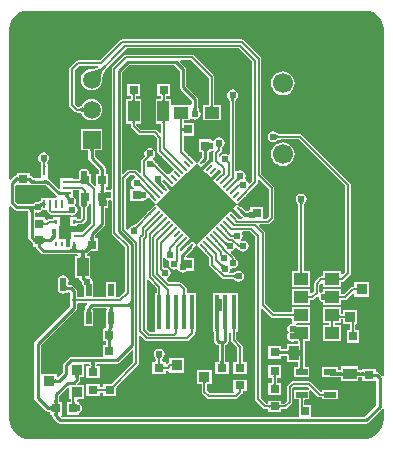
<source format=gbr>
%TF.GenerationSoftware,Altium Limited,Altium Designer,20.0.13 (296)*%
G04 Layer_Physical_Order=1*
G04 Layer_Color=255*
%FSLAX25Y25*%
%MOIN*%
%TF.FileFunction,Copper,L1,Top,Signal*%
%TF.Part,Single*%
G01*
G75*
%TA.AperFunction,SMDPad,CuDef*%
%ADD10R,0.03150X0.02756*%
G04:AMPARAMS|DCode=11|XSize=7.87mil|YSize=27.56mil|CornerRadius=0mil|HoleSize=0mil|Usage=FLASHONLY|Rotation=45.000|XOffset=0mil|YOffset=0mil|HoleType=Round|Shape=Rectangle|*
%AMROTATEDRECTD11*
4,1,4,0.00696,-0.01253,-0.01253,0.00696,-0.00696,0.01253,0.01253,-0.00696,0.00696,-0.01253,0.0*
%
%ADD11ROTATEDRECTD11*%

G04:AMPARAMS|DCode=12|XSize=7.87mil|YSize=27.56mil|CornerRadius=0mil|HoleSize=0mil|Usage=FLASHONLY|Rotation=315.000|XOffset=0mil|YOffset=0mil|HoleType=Round|Shape=Rectangle|*
%AMROTATEDRECTD12*
4,1,4,-0.01253,-0.00696,0.00696,0.01253,0.01253,0.00696,-0.00696,-0.01253,-0.01253,-0.00696,0.0*
%
%ADD12ROTATEDRECTD12*%

%ADD13P,0.25055X4X360.0*%
%ADD14R,0.02756X0.03150*%
%ADD15R,0.05000X0.04000*%
%ADD16R,0.03937X0.07087*%
%ADD17R,0.01102X0.03091*%
%ADD18R,0.03091X0.01102*%
%ADD19R,0.01102X0.01831*%
%ADD20R,0.01831X0.01102*%
%ADD21R,0.03937X0.06299*%
%ADD22R,0.01968X0.03937*%
%ADD23R,0.03740X0.03543*%
%ADD24R,0.03740X0.03543*%
%ADD25R,0.03150X0.03150*%
%ADD26R,0.03543X0.04724*%
%ADD27R,0.03937X0.01968*%
%ADD28R,0.04724X0.03543*%
%ADD29R,0.03543X0.03740*%
%ADD30R,0.03543X0.03740*%
%ADD31R,0.01378X0.11811*%
%TA.AperFunction,Conductor*%
%ADD32C,0.01000*%
%ADD33C,0.00600*%
%ADD34R,0.02000X0.04000*%
%ADD35R,0.02500X0.02000*%
%TA.AperFunction,ComponentPad*%
%ADD36R,0.05906X0.05906*%
%ADD37C,0.05906*%
%ADD38C,0.03937*%
%ADD39R,0.05906X0.03150*%
%ADD40O,0.07874X0.04724*%
%TA.AperFunction,ViaPad*%
%ADD41C,0.02400*%
%ADD42C,0.06693*%
G36*
X33295Y125371D02*
X32940Y124991D01*
X32624Y124599D01*
X32345Y124196D01*
X32104Y123780D01*
X31901Y123352D01*
X31736Y122912D01*
X31608Y122459D01*
X31518Y121995D01*
X31467Y121518D01*
X31453Y121029D01*
X28530Y123953D01*
X29018Y123967D01*
X29495Y124018D01*
X29959Y124108D01*
X30412Y124235D01*
X30852Y124401D01*
X31280Y124604D01*
X31696Y124845D01*
X32099Y125124D01*
X32491Y125440D01*
X32871Y125795D01*
X33295Y125371D01*
D02*
G37*
G36*
X53043Y116187D02*
X52992Y116169D01*
X52947Y116138D01*
X52908Y116095D01*
X52875Y116040D01*
X52848Y115973D01*
X52827Y115893D01*
X52812Y115802D01*
X52803Y115698D01*
X52800Y115581D01*
X52200D01*
X52197Y115698D01*
X52188Y115802D01*
X52173Y115893D01*
X52152Y115973D01*
X52125Y116040D01*
X52092Y116095D01*
X52053Y116138D01*
X52008Y116169D01*
X51957Y116187D01*
X51900Y116193D01*
X53100D01*
X53043Y116187D01*
D02*
G37*
G36*
X43043D02*
X42992Y116169D01*
X42947Y116138D01*
X42908Y116095D01*
X42875Y116040D01*
X42848Y115973D01*
X42827Y115893D01*
X42812Y115802D01*
X42803Y115698D01*
X42800Y115581D01*
X42200D01*
X42197Y115698D01*
X42188Y115802D01*
X42173Y115893D01*
X42152Y115973D01*
X42125Y116040D01*
X42092Y116095D01*
X42053Y116138D01*
X42008Y116169D01*
X41957Y116187D01*
X41900Y116193D01*
X43100D01*
X43043Y116187D01*
D02*
G37*
G36*
X52803Y114517D02*
X52812Y114415D01*
X52827Y114325D01*
X52848Y114247D01*
X52875Y114181D01*
X52908Y114127D01*
X52947Y114085D01*
X52992Y114055D01*
X53043Y114037D01*
X53100Y114031D01*
X51900D01*
X51957Y114037D01*
X52008Y114055D01*
X52053Y114085D01*
X52092Y114127D01*
X52125Y114181D01*
X52152Y114247D01*
X52173Y114325D01*
X52188Y114415D01*
X52197Y114517D01*
X52200Y114631D01*
X52800D01*
X52803Y114517D01*
D02*
G37*
G36*
X42803D02*
X42812Y114415D01*
X42827Y114325D01*
X42848Y114247D01*
X42875Y114181D01*
X42908Y114127D01*
X42947Y114085D01*
X42992Y114055D01*
X43043Y114037D01*
X43100Y114031D01*
X41900D01*
X41957Y114037D01*
X42008Y114055D01*
X42053Y114085D01*
X42092Y114127D01*
X42125Y114181D01*
X42152Y114247D01*
X42173Y114325D01*
X42188Y114415D01*
X42197Y114517D01*
X42200Y114631D01*
X42800D01*
X42803Y114517D01*
D02*
G37*
G36*
X76237Y115030D02*
X76146Y114904D01*
X76065Y114764D01*
X75994Y114610D01*
X75935Y114442D01*
X75886Y114261D01*
X75849Y114066D01*
X75822Y113857D01*
X75805Y113634D01*
X75800Y113398D01*
X75200D01*
X75195Y113634D01*
X75151Y114066D01*
X75114Y114261D01*
X75065Y114442D01*
X75006Y114610D01*
X74935Y114764D01*
X74854Y114904D01*
X74763Y115030D01*
X74660Y115143D01*
X76340D01*
X76237Y115030D01*
D02*
G37*
G36*
X57878Y124035D02*
Y118500D01*
X57878Y118500D01*
X57964Y118071D01*
X58207Y117707D01*
X61878Y114035D01*
Y112850D01*
X61482Y112600D01*
X55282D01*
X54990Y112979D01*
Y114643D01*
X53449D01*
X53449Y114648D01*
X53418Y114719D01*
Y115494D01*
X53449Y115565D01*
X53449Y115569D01*
X54675D01*
Y119525D01*
X50325D01*
Y115569D01*
X51551D01*
X51551Y115565D01*
X51582Y115494D01*
Y114719D01*
X51551Y114648D01*
X51551Y114643D01*
X49853D01*
Y106357D01*
X51551D01*
X51551Y106352D01*
X51582Y106281D01*
Y103369D01*
X51120Y103177D01*
X50249Y104049D01*
X49951Y104248D01*
X49600Y104318D01*
X44980D01*
X43435Y105863D01*
X43474Y106357D01*
X45147D01*
Y114643D01*
X43449D01*
X43449Y114648D01*
X43418Y114719D01*
Y115494D01*
X43449Y115565D01*
X43449Y115569D01*
X44675D01*
Y119525D01*
X40325D01*
Y115569D01*
X41551D01*
X41551Y115565D01*
X41582Y115494D01*
Y114719D01*
X41551Y114648D01*
X41551Y114643D01*
X40010D01*
Y106357D01*
X41551D01*
X41551Y106352D01*
X41582Y106281D01*
Y105500D01*
X41652Y105149D01*
X41851Y104851D01*
X43951Y102751D01*
X44249Y102552D01*
X44600Y102482D01*
X49220D01*
X50382Y101320D01*
Y97268D01*
X50452Y96917D01*
X50651Y96619D01*
X55974Y91296D01*
X56002Y91224D01*
X54315Y89537D01*
X53636Y89548D01*
X50762Y92422D01*
X50756Y92454D01*
X50704Y92489D01*
X50682Y92547D01*
X50199Y93051D01*
X49973Y93313D01*
X49812Y93524D01*
X49766Y93593D01*
X49736Y93645D01*
X49710Y93702D01*
X49701Y93711D01*
X49700Y93724D01*
X49656Y93762D01*
X49298Y94298D01*
X49096Y94433D01*
Y95034D01*
X49198Y95102D01*
X49596Y95698D01*
X49735Y96400D01*
X49596Y97102D01*
X49198Y97698D01*
X48602Y98096D01*
X47900Y98235D01*
X47198Y98096D01*
X46602Y97698D01*
X46204Y97102D01*
X46065Y96400D01*
X46204Y95698D01*
X46295Y95562D01*
X45251Y94519D01*
X45052Y94221D01*
X44982Y93870D01*
Y90000D01*
X44482Y89793D01*
X43545Y90731D01*
X43247Y90930D01*
X42896Y91000D01*
X40880D01*
X40529Y90930D01*
X40231Y90731D01*
X39083Y89583D01*
X38622Y89775D01*
Y123535D01*
X40965Y125878D01*
X56035D01*
X57878Y124035D01*
D02*
G37*
G36*
X68803Y112474D02*
X68812Y112372D01*
X68827Y112282D01*
X68848Y112204D01*
X68875Y112138D01*
X68908Y112084D01*
X68947Y112042D01*
X68992Y112012D01*
X69043Y111994D01*
X69100Y111988D01*
X67900D01*
X67957Y111994D01*
X68008Y112012D01*
X68053Y112042D01*
X68092Y112084D01*
X68125Y112138D01*
X68152Y112204D01*
X68173Y112282D01*
X68188Y112372D01*
X68197Y112474D01*
X68200Y112588D01*
X68800D01*
X68803Y112474D01*
D02*
G37*
G36*
X63503Y111773D02*
X63554Y111119D01*
X63585Y110942D01*
X63622Y110785D01*
X63667Y110648D01*
X63718Y110531D01*
X63775Y110434D01*
X63840Y110357D01*
X62160D01*
X62225Y110434D01*
X62282Y110531D01*
X62333Y110648D01*
X62378Y110785D01*
X62415Y110942D01*
X62446Y111119D01*
X62486Y111535D01*
X62497Y111773D01*
X62500Y112031D01*
X63500D01*
X63503Y111773D01*
D02*
G37*
G36*
X25800Y109806D02*
X25705Y109976D01*
X25581Y110128D01*
X25427Y110262D01*
X25242Y110378D01*
X25027Y110476D01*
X24782Y110557D01*
X24507Y110619D01*
X24201Y110664D01*
X23866Y110691D01*
X23500Y110700D01*
Y111300D01*
X23866Y111309D01*
X24201Y111336D01*
X24507Y111381D01*
X24782Y111443D01*
X25027Y111524D01*
X25242Y111622D01*
X25427Y111738D01*
X25581Y111872D01*
X25705Y112024D01*
X25800Y112194D01*
Y109806D01*
D02*
G37*
G36*
X58792Y108018D02*
X58741Y108000D01*
X58696Y107969D01*
X58657Y107926D01*
X58624Y107871D01*
X58597Y107804D01*
X58576Y107724D01*
X58561Y107632D01*
X58552Y107528D01*
X58549Y107412D01*
X57949D01*
X57946Y107528D01*
X57937Y107632D01*
X57922Y107724D01*
X57901Y107804D01*
X57874Y107871D01*
X57841Y107926D01*
X57802Y107969D01*
X57757Y108000D01*
X57706Y108018D01*
X57649Y108024D01*
X58849D01*
X58792Y108018D01*
D02*
G37*
G36*
X53043Y106975D02*
X52992Y106956D01*
X52947Y106926D01*
X52908Y106883D01*
X52875Y106828D01*
X52848Y106760D01*
X52827Y106681D01*
X52812Y106589D01*
X52803Y106485D01*
X52800Y106369D01*
X52200D01*
X52197Y106485D01*
X52188Y106589D01*
X52173Y106681D01*
X52152Y106760D01*
X52125Y106828D01*
X52092Y106883D01*
X52053Y106926D01*
X52008Y106956D01*
X51957Y106975D01*
X51900Y106981D01*
X53100D01*
X53043Y106975D01*
D02*
G37*
G36*
X43043D02*
X42992Y106956D01*
X42947Y106926D01*
X42908Y106883D01*
X42875Y106828D01*
X42848Y106760D01*
X42827Y106681D01*
X42812Y106589D01*
X42803Y106485D01*
X42800Y106369D01*
X42200D01*
X42197Y106485D01*
X42188Y106589D01*
X42173Y106681D01*
X42152Y106760D01*
X42125Y106828D01*
X42092Y106883D01*
X42053Y106926D01*
X42008Y106956D01*
X41957Y106975D01*
X41900Y106981D01*
X43100D01*
X43043Y106975D01*
D02*
G37*
G36*
X58555Y105286D02*
X58573Y105184D01*
X58603Y105094D01*
X58645Y105016D01*
X58699Y104950D01*
X58765Y104896D01*
X58843Y104854D01*
X58911Y104832D01*
X58973Y104848D01*
X59040Y104875D01*
X59095Y104908D01*
X59138Y104947D01*
X59169Y104992D01*
X59187Y105043D01*
X59193Y105100D01*
Y103900D01*
X59187Y103957D01*
X59169Y104008D01*
X59138Y104053D01*
X59095Y104092D01*
X59040Y104125D01*
X58973Y104152D01*
X58911Y104168D01*
X58843Y104146D01*
X58765Y104104D01*
X58699Y104050D01*
X58645Y103984D01*
X58603Y103906D01*
X58573Y103816D01*
X58555Y103714D01*
X58549Y103600D01*
X57949Y104500D01*
X58549Y105400D01*
X58555Y105286D01*
D02*
G37*
G36*
X71671Y98987D02*
X71593Y98888D01*
X71525Y98772D01*
X71465Y98639D01*
X71415Y98491D01*
X71373Y98325D01*
X71341Y98144D01*
X71318Y97946D01*
X71300Y97500D01*
X70700D01*
X70695Y97731D01*
X70659Y98144D01*
X70627Y98325D01*
X70585Y98491D01*
X70535Y98639D01*
X70475Y98772D01*
X70407Y98888D01*
X70329Y98987D01*
X70242Y99070D01*
X71758D01*
X71671Y98987D01*
D02*
G37*
G36*
X29405Y98049D02*
X29320Y98019D01*
X29245Y97969D01*
X29180Y97899D01*
X29125Y97809D01*
X29080Y97699D01*
X29045Y97569D01*
X29020Y97419D01*
X29005Y97249D01*
X29000Y97059D01*
X28000D01*
X27995Y97249D01*
X27980Y97419D01*
X27955Y97569D01*
X27920Y97699D01*
X27875Y97809D01*
X27820Y97899D01*
X27755Y97969D01*
X27680Y98019D01*
X27595Y98049D01*
X27500Y98059D01*
X29500D01*
X29405Y98049D01*
D02*
G37*
G36*
X67358Y97427D02*
X67273Y97397D01*
X67198Y97347D01*
X67133Y97277D01*
X67078Y97187D01*
X67033Y97077D01*
X66998Y96947D01*
X66973Y96797D01*
X66958Y96627D01*
X66953Y96437D01*
X65953D01*
X65948Y96627D01*
X65933Y96797D01*
X65908Y96947D01*
X65873Y97077D01*
X65828Y97187D01*
X65773Y97277D01*
X65708Y97347D01*
X65633Y97397D01*
X65548Y97427D01*
X65453Y97437D01*
X67453D01*
X67358Y97427D01*
D02*
G37*
G36*
X60315Y95359D02*
X60611Y95104D01*
X60649Y95082D01*
X60678Y95069D01*
X60701Y95066D01*
X60716Y95073D01*
X60176Y94533D01*
X60183Y94548D01*
X60180Y94571D01*
X60168Y94601D01*
X60145Y94638D01*
X60114Y94682D01*
X60072Y94734D01*
X59960Y94860D01*
X59810Y95015D01*
X60234Y95439D01*
X60315Y95359D01*
D02*
G37*
G36*
X66952Y95620D02*
X66890Y94602D01*
X66870Y94547D01*
X66848Y94524D01*
X66824Y94533D01*
X65461Y94233D01*
X65555Y94268D01*
X65638Y94328D01*
X65712Y94414D01*
X65776Y94526D01*
X65830Y94664D01*
X65874Y94828D01*
X65908Y95018D01*
X65933Y95233D01*
X65948Y95474D01*
X65953Y95742D01*
X66953Y95904D01*
X66952Y95620D01*
D02*
G37*
G36*
X69351Y97149D02*
X69152Y96851D01*
X69082Y96500D01*
Y94000D01*
X69120Y93809D01*
X68660Y93563D01*
X68511Y93711D01*
X65714Y90914D01*
X66827Y89800D01*
X68233Y88395D01*
X70916Y91079D01*
X71082Y91106D01*
X71582Y90681D01*
Y90101D01*
X71483Y90002D01*
X71392Y89964D01*
X71355Y89874D01*
X71292Y89811D01*
X71268Y89789D01*
X71268Y89786D01*
X69054Y87573D01*
X70460Y86168D01*
X72395Y84233D01*
X73800Y82827D01*
X77128Y79500D01*
X75736Y78108D01*
X78533Y75311D01*
X78533D01*
X78841Y75118D01*
X78689Y74618D01*
X77583D01*
X77342Y74858D01*
X77305Y74948D01*
X77244Y74973D01*
X77236Y74988D01*
X77204Y74997D01*
X74914Y77286D01*
X73800Y76173D01*
X71281Y73654D01*
X69054Y71427D01*
X68233Y70605D01*
X66827Y69200D01*
X63500Y65872D01*
X62108Y67264D01*
X61058Y66214D01*
X60983Y66199D01*
X60619Y65956D01*
X58380Y63717D01*
X57918Y63908D01*
Y64825D01*
X58385Y65292D01*
X58457Y65321D01*
X58489Y65289D01*
X58858Y65658D01*
X58948Y65695D01*
X58973Y65756D01*
X58988Y65764D01*
X58997Y65796D01*
X61286Y68086D01*
X60173Y69200D01*
X58767Y70605D01*
X56832Y72540D01*
X55427Y73946D01*
X53200Y76173D01*
X49872Y79500D01*
X50972Y80600D01*
X53200Y82827D01*
X54605Y84233D01*
X53555Y85283D01*
X53540Y85358D01*
X53297Y85722D01*
X52723Y86295D01*
X52721Y86312D01*
X52669Y86349D01*
X52664Y86355D01*
X52640Y86418D01*
X52310Y86767D01*
X52198Y86901D01*
X52112Y87016D01*
X52060Y87095D01*
X52196Y87298D01*
X52249Y87564D01*
X52785Y87696D01*
X52998Y87483D01*
X53036Y87392D01*
X53097Y87367D01*
X53105Y87353D01*
X53137Y87344D01*
X55427Y85054D01*
X57946Y87573D01*
X58767Y88395D01*
X60173Y89800D01*
X63500Y93128D01*
X64892Y91736D01*
X65942Y92786D01*
X66017Y92801D01*
X66381Y93044D01*
X67246Y93909D01*
X67246Y93909D01*
X67489Y94273D01*
X67504Y94348D01*
X67689Y94533D01*
X67565Y94657D01*
X67574Y94702D01*
Y95163D01*
X67600Y95581D01*
X67593Y95599D01*
X67601Y95617D01*
X67602Y95901D01*
X67581Y95953D01*
X67594Y96008D01*
X67574Y96039D01*
Y96358D01*
X67602Y96420D01*
X67606Y96590D01*
X67617Y96715D01*
X67633Y96809D01*
X67637Y96825D01*
X68431D01*
Y97250D01*
X68702Y97304D01*
X68997Y97501D01*
X69351Y97149D01*
D02*
G37*
G36*
X74068Y93939D02*
X74077Y93913D01*
X74095Y93879D01*
X74124Y93837D01*
X74163Y93787D01*
X74272Y93661D01*
X74512Y93412D01*
X74088Y92988D01*
X73997Y93078D01*
X73621Y93405D01*
X73587Y93423D01*
X73561Y93432D01*
X73543Y93430D01*
X74070Y93957D01*
X74068Y93939D01*
D02*
G37*
G36*
X58088Y93132D02*
X58384Y92877D01*
X58421Y92854D01*
X58451Y92842D01*
X58474Y92839D01*
X58489Y92846D01*
X57949Y92306D01*
X57956Y92321D01*
X57953Y92344D01*
X57941Y92374D01*
X57918Y92411D01*
X57886Y92455D01*
X57845Y92507D01*
X57733Y92633D01*
X57583Y92788D01*
X58007Y93212D01*
X58088Y93132D01*
D02*
G37*
G36*
X13394Y94173D02*
X13315Y94026D01*
X13246Y93868D01*
X13185Y93700D01*
X13134Y93522D01*
X13093Y93334D01*
X13060Y93135D01*
X13023Y92707D01*
X13020Y92556D01*
X13021Y92517D01*
X13040Y92325D01*
X13057Y92247D01*
X13078Y92181D01*
X13105Y92127D01*
X13136Y92085D01*
X13172Y92055D01*
X13212Y92037D01*
X13258Y92031D01*
X12179D01*
X12225Y92037D01*
X12265Y92055D01*
X12301Y92085D01*
X12332Y92127D01*
X12359Y92181D01*
X12380Y92247D01*
X12397Y92325D01*
X12409Y92415D01*
X12415Y92503D01*
X12413Y92603D01*
X12395Y92827D01*
X12365Y93034D01*
X12324Y93223D01*
X12271Y93396D01*
X12207Y93552D01*
X12130Y93690D01*
X12042Y93812D01*
X11942Y93917D01*
X11830Y94004D01*
X13482Y94310D01*
X13394Y94173D01*
D02*
G37*
G36*
X49158Y93349D02*
X49212Y93254D01*
X49282Y93147D01*
X49469Y92902D01*
X49719Y92614D01*
X50213Y92098D01*
X50066Y91396D01*
X49887Y91566D01*
X49717Y91711D01*
X49555Y91832D01*
X49400Y91927D01*
X49253Y91999D01*
X49114Y92045D01*
X48983Y92067D01*
X48860Y92063D01*
X48744Y92036D01*
X48637Y91983D01*
X49119Y93433D01*
X49158Y93349D01*
D02*
G37*
G36*
X56975Y92019D02*
X57271Y91763D01*
X57308Y91741D01*
X57338Y91728D01*
X57360Y91725D01*
X57376Y91732D01*
X56836Y91192D01*
X56842Y91207D01*
X56840Y91230D01*
X56827Y91260D01*
X56805Y91297D01*
X56773Y91342D01*
X56731Y91394D01*
X56620Y91519D01*
X56469Y91674D01*
X56893Y92099D01*
X56975Y92019D01*
D02*
G37*
G36*
X72712Y89401D02*
X72641Y89329D01*
X72443Y89103D01*
X72415Y89063D01*
X72396Y89029D01*
X72386Y89001D01*
X72384Y88980D01*
X72391Y88965D01*
X71852Y89505D01*
X71866Y89498D01*
X71888Y89499D01*
X71915Y89510D01*
X71949Y89529D01*
X71990Y89556D01*
X72036Y89593D01*
X72149Y89692D01*
X72288Y89826D01*
X72712Y89401D01*
D02*
G37*
G36*
X32629Y89886D02*
X32644Y89714D01*
X32669Y89562D01*
X32704Y89431D01*
X32749Y89319D01*
X32804Y89228D01*
X32869Y89158D01*
X32944Y89107D01*
X33029Y89077D01*
X33124Y89066D01*
X31124D01*
X31219Y89077D01*
X31304Y89107D01*
X31379Y89158D01*
X31444Y89228D01*
X31499Y89319D01*
X31544Y89431D01*
X31579Y89562D01*
X31604Y89714D01*
X31619Y89886D01*
X31624Y90079D01*
X32624D01*
X32629Y89886D01*
D02*
G37*
G36*
X73871Y88334D02*
X73791Y88253D01*
X73536Y87957D01*
X73514Y87919D01*
X73501Y87889D01*
X73498Y87867D01*
X73505Y87852D01*
X72965Y88392D01*
X72980Y88385D01*
X73003Y88388D01*
X73033Y88400D01*
X73070Y88422D01*
X73115Y88454D01*
X73167Y88496D01*
X73292Y88608D01*
X73447Y88758D01*
X73871Y88334D01*
D02*
G37*
G36*
X53634Y88678D02*
X53930Y88422D01*
X53967Y88400D01*
X53997Y88388D01*
X54020Y88385D01*
X54035Y88392D01*
X53495Y87852D01*
X53502Y87867D01*
X53499Y87889D01*
X53486Y87919D01*
X53464Y87957D01*
X53432Y88001D01*
X53391Y88053D01*
X53279Y88179D01*
X53128Y88334D01*
X53553Y88758D01*
X53634Y88678D01*
D02*
G37*
G36*
X4109Y87328D02*
X4102Y87355D01*
X4083Y87379D01*
X4051Y87400D01*
X4006Y87418D01*
X3949Y87433D01*
X3878Y87446D01*
X3795Y87456D01*
X3590Y87467D01*
X3469Y87468D01*
Y88468D01*
X3590Y88470D01*
X3878Y88491D01*
X3949Y88503D01*
X4006Y88519D01*
X4051Y88537D01*
X4083Y88558D01*
X4102Y88582D01*
X4109Y88608D01*
Y87328D01*
D02*
G37*
G36*
X74985Y87220D02*
X74905Y87139D01*
X74650Y86843D01*
X74627Y86806D01*
X74615Y86776D01*
X74612Y86753D01*
X74619Y86738D01*
X74079Y87278D01*
X74094Y87271D01*
X74116Y87274D01*
X74146Y87287D01*
X74184Y87309D01*
X74228Y87341D01*
X74280Y87382D01*
X74406Y87494D01*
X74561Y87644D01*
X74985Y87220D01*
D02*
G37*
G36*
X78321Y87844D02*
X78184Y87800D01*
X78045Y87742D01*
X77901Y87671D01*
X77754Y87587D01*
X77602Y87489D01*
X77289Y87253D01*
X77126Y87114D01*
X76789Y86797D01*
X76208Y87064D01*
X76376Y87241D01*
X76521Y87412D01*
X76644Y87577D01*
X76744Y87738D01*
X76822Y87893D01*
X76877Y88042D01*
X76910Y88187D01*
X76920Y88326D01*
X76908Y88459D01*
X76873Y88587D01*
X78321Y87844D01*
D02*
G37*
G36*
X21709Y87478D02*
X21727Y87437D01*
X21757Y87401D01*
X21799Y87370D01*
X21853Y87344D01*
X21919Y87322D01*
X21997Y87306D01*
X22087Y87294D01*
X22189Y87287D01*
X22303Y87284D01*
Y86684D01*
X22189Y86682D01*
X21997Y86663D01*
X21919Y86646D01*
X21853Y86624D01*
X21799Y86598D01*
X21757Y86567D01*
X21727Y86531D01*
X21709Y86490D01*
X21703Y86445D01*
Y87523D01*
X21709Y87478D01*
D02*
G37*
G36*
X12717Y87516D02*
X12746Y87509D01*
X12796Y87503D01*
X12956Y87494D01*
X13703Y87484D01*
Y86484D01*
X12707Y86445D01*
Y87523D01*
X12717Y87516D01*
D02*
G37*
G36*
X9640Y86445D02*
X9631Y86452D01*
X9602Y86459D01*
X9556Y86465D01*
X9406Y86474D01*
X8703Y86484D01*
Y87484D01*
X9640Y87523D01*
Y86445D01*
D02*
G37*
G36*
X24865Y86384D02*
X24859Y86441D01*
X24840Y86492D01*
X24810Y86537D01*
X24767Y86576D01*
X24712Y86609D01*
X24644Y86636D01*
X24565Y86657D01*
X24473Y86672D01*
X24369Y86681D01*
X24253Y86684D01*
Y87284D01*
X24369Y87287D01*
X24473Y87296D01*
X24565Y87311D01*
X24644Y87332D01*
X24712Y87359D01*
X24767Y87392D01*
X24810Y87431D01*
X24840Y87476D01*
X24859Y87527D01*
X24865Y87584D01*
Y86384D01*
D02*
G37*
G36*
X76099Y86107D02*
X76019Y86025D01*
X75763Y85729D01*
X75741Y85692D01*
X75728Y85662D01*
X75725Y85640D01*
X75732Y85624D01*
X75192Y86164D01*
X75208Y86158D01*
X75230Y86160D01*
X75260Y86173D01*
X75297Y86195D01*
X75342Y86227D01*
X75394Y86269D01*
X75519Y86380D01*
X75674Y86531D01*
X76099Y86107D01*
D02*
G37*
G36*
X27549Y86944D02*
X27540Y86883D01*
X27545Y86815D01*
X27567Y86740D01*
X27603Y86659D01*
X27654Y86571D01*
X27720Y86475D01*
X27801Y86374D01*
X28009Y86150D01*
X27781Y85529D01*
X27648Y85657D01*
X27415Y85858D01*
X27314Y85930D01*
X27224Y85983D01*
X27144Y86017D01*
X27075Y86033D01*
X27017Y86029D01*
X26970Y86006D01*
X26933Y85965D01*
X27573Y86998D01*
X27549Y86944D01*
D02*
G37*
G36*
X51390Y87172D02*
X51379Y87094D01*
X51393Y87002D01*
X51431Y86897D01*
X51493Y86777D01*
X51579Y86644D01*
X51690Y86497D01*
X51824Y86336D01*
X52167Y85972D01*
X51290Y85435D01*
X49998Y86910D01*
X51425Y87236D01*
X51390Y87172D01*
D02*
G37*
G36*
X77212Y84993D02*
X77132Y84912D01*
X76877Y84616D01*
X76854Y84579D01*
X76842Y84549D01*
X76839Y84526D01*
X76846Y84511D01*
X76306Y85051D01*
X76321Y85044D01*
X76344Y85047D01*
X76373Y85059D01*
X76411Y85082D01*
X76455Y85114D01*
X76507Y85155D01*
X76633Y85267D01*
X76788Y85417D01*
X77212Y84993D01*
D02*
G37*
G36*
X33029Y85943D02*
X32944Y85913D01*
X32869Y85863D01*
X32804Y85793D01*
X32749Y85703D01*
X32704Y85593D01*
X32669Y85463D01*
X32644Y85313D01*
X32629Y85143D01*
X32624Y84953D01*
X31624D01*
X31619Y85143D01*
X31604Y85313D01*
X31579Y85463D01*
X31544Y85593D01*
X31499Y85703D01*
X31444Y85793D01*
X31379Y85863D01*
X31304Y85913D01*
X31219Y85943D01*
X31124Y85953D01*
X33124D01*
X33029Y85943D01*
D02*
G37*
G36*
X44643Y86895D02*
X44700Y86808D01*
X44778Y86703D01*
X44997Y86442D01*
X45687Y85709D01*
X45912Y85483D01*
X45594Y84951D01*
X45416Y85122D01*
X45246Y85267D01*
X45084Y85387D01*
X44931Y85482D01*
X44787Y85551D01*
X44652Y85596D01*
X44525Y85615D01*
X44406Y85609D01*
X44297Y85578D01*
X44196Y85522D01*
X44607Y86964D01*
X44643Y86895D01*
D02*
G37*
G36*
X50293Y85337D02*
X50589Y85082D01*
X50626Y85059D01*
X50656Y85047D01*
X50679Y85044D01*
X50694Y85051D01*
X50154Y84511D01*
X50161Y84526D01*
X50158Y84549D01*
X50146Y84579D01*
X50123Y84616D01*
X50092Y84660D01*
X50050Y84712D01*
X49938Y84838D01*
X49788Y84993D01*
X50212Y85417D01*
X50293Y85337D01*
D02*
G37*
G36*
X21709Y85510D02*
X21727Y85469D01*
X21757Y85433D01*
X21799Y85402D01*
X21853Y85375D01*
X21919Y85354D01*
X21997Y85337D01*
X22087Y85325D01*
X22189Y85318D01*
X22303Y85316D01*
Y84716D01*
X22189Y84713D01*
X21997Y84694D01*
X21919Y84677D01*
X21853Y84656D01*
X21799Y84630D01*
X21757Y84598D01*
X21727Y84563D01*
X21709Y84522D01*
X21703Y84477D01*
Y85555D01*
X21709Y85510D01*
D02*
G37*
G36*
X32629Y84386D02*
X32644Y84214D01*
X32669Y84062D01*
X32704Y83931D01*
X32749Y83820D01*
X32804Y83728D01*
X32869Y83658D01*
X32944Y83607D01*
X33029Y83577D01*
X33124Y83566D01*
X31124D01*
X31219Y83577D01*
X31304Y83607D01*
X31379Y83658D01*
X31444Y83728D01*
X31499Y83820D01*
X31544Y83931D01*
X31579Y84062D01*
X31604Y84214D01*
X31619Y84386D01*
X31624Y84579D01*
X32624D01*
X32629Y84386D01*
D02*
G37*
G36*
X26519Y83892D02*
X26533Y83711D01*
X26541Y83667D01*
X26551Y83631D01*
X26563Y83603D01*
X26576Y83583D01*
X26591Y83570D01*
X26608Y83566D01*
X25829D01*
X25846Y83570D01*
X25861Y83583D01*
X25875Y83603D01*
X25886Y83631D01*
X25896Y83667D01*
X25904Y83711D01*
X25910Y83763D01*
X25918Y83892D01*
X25918Y83969D01*
X26518D01*
X26519Y83892D01*
D02*
G37*
G36*
X49180Y84224D02*
X49476Y83968D01*
X49513Y83946D01*
X49543Y83933D01*
X49565Y83930D01*
X49581Y83937D01*
X49041Y83397D01*
X49047Y83413D01*
X49045Y83435D01*
X49032Y83465D01*
X49010Y83502D01*
X48978Y83547D01*
X48937Y83599D01*
X48825Y83724D01*
X48674Y83880D01*
X49099Y84304D01*
X49180Y84224D01*
D02*
G37*
G36*
X79439Y82766D02*
X79359Y82685D01*
X79104Y82389D01*
X79081Y82351D01*
X79069Y82322D01*
X79066Y82299D01*
X79073Y82284D01*
X78533Y82824D01*
X78548Y82817D01*
X78571Y82820D01*
X78601Y82832D01*
X78638Y82855D01*
X78682Y82886D01*
X78734Y82928D01*
X78860Y83040D01*
X79015Y83190D01*
X79439Y82766D01*
D02*
G37*
G36*
X18636Y82508D02*
X18626Y82515D01*
X18596Y82522D01*
X18546Y82528D01*
X18387Y82537D01*
X17640Y82547D01*
Y83547D01*
X18636Y83586D01*
Y82508D01*
D02*
G37*
G36*
X48467Y82824D02*
X47927Y82284D01*
X47955Y82320D01*
X47970Y82361D01*
X47974Y82407D01*
X47966Y82459D01*
X47947Y82515D01*
X47915Y82577D01*
X47872Y82644D01*
X47816Y82716D01*
X47749Y82793D01*
X47670Y82875D01*
X48094Y83300D01*
X48467Y82824D01*
D02*
G37*
G36*
X20813Y82513D02*
X20783Y82492D01*
X20756Y82458D01*
X20733Y82410D01*
X20714Y82348D01*
X20698Y82272D01*
X20685Y82182D01*
X20671Y81962D01*
X20669Y81831D01*
X19669D01*
X19668Y81962D01*
X19641Y82272D01*
X19625Y82348D01*
X19605Y82410D01*
X19582Y82458D01*
X19556Y82492D01*
X19526Y82513D01*
X19492Y82520D01*
X20847D01*
X20813Y82513D01*
D02*
G37*
G36*
X26300Y81677D02*
X26331Y81179D01*
X26339Y81157D01*
X26348Y81148D01*
X25652D01*
X25661Y81157D01*
X25669Y81179D01*
X25676Y81213D01*
X25683Y81259D01*
X25692Y81389D01*
X25700Y81797D01*
X26300D01*
X26300Y81677D01*
D02*
G37*
G36*
X7846Y85991D02*
X8324Y85938D01*
X8566Y85890D01*
X8694Y85835D01*
X9381Y85825D01*
X9495Y85818D01*
X9522Y85815D01*
X9565Y85827D01*
X9640Y85796D01*
X9676Y85811D01*
X9714Y85800D01*
X9774Y85833D01*
X12616D01*
X12707Y85796D01*
X12719Y85801D01*
X12732Y85796D01*
X13283Y85818D01*
X16847Y82254D01*
X16847Y82254D01*
X16960Y82179D01*
X16808Y81679D01*
X11567D01*
Y80683D01*
X11526Y80683D01*
X11398Y80628D01*
X11104Y80570D01*
X10740Y80326D01*
X10740Y80326D01*
X10708Y80294D01*
X10500Y80335D01*
X9798Y80196D01*
X9202Y79798D01*
X9137Y79700D01*
X8627Y79637D01*
X8550Y79622D01*
X8450D01*
X8373Y79637D01*
X8350Y79622D01*
X3965D01*
X3122Y80465D01*
Y85689D01*
X3497Y85991D01*
X7846D01*
Y85991D01*
D02*
G37*
G36*
X26424Y80448D02*
X26398Y80435D01*
X26375Y80412D01*
X26355Y80380D01*
X26338Y80340D01*
X26324Y80290D01*
X26314Y80231D01*
X26306Y80163D01*
X26302Y80086D01*
X26300Y80000D01*
X25700D01*
X25699Y80086D01*
X25686Y80231D01*
X25675Y80290D01*
X25662Y80340D01*
X25645Y80380D01*
X25625Y80412D01*
X25602Y80435D01*
X25576Y80448D01*
X25547Y80453D01*
X26453D01*
X26424Y80448D01*
D02*
G37*
G36*
X12191Y78887D02*
X12185Y78915D01*
X12165Y78940D01*
X12132Y78962D01*
X12086Y78981D01*
X12027Y78997D01*
X11954Y79010D01*
X11869Y79020D01*
X11658Y79032D01*
X11533Y79033D01*
Y80033D01*
X11658Y80035D01*
X11954Y80057D01*
X12027Y80070D01*
X12086Y80086D01*
X12132Y80105D01*
X12165Y80127D01*
X12185Y80152D01*
X12191Y80179D01*
Y78887D01*
D02*
G37*
G36*
X15181Y77994D02*
X15140Y77976D01*
X15104Y77946D01*
X15073Y77904D01*
X15047Y77850D01*
X15025Y77784D01*
X15009Y77706D01*
X14997Y77616D01*
X14989Y77514D01*
X14987Y77400D01*
X14387D01*
X14385Y77514D01*
X14366Y77706D01*
X14349Y77784D01*
X14327Y77850D01*
X14301Y77904D01*
X14270Y77946D01*
X14234Y77976D01*
X14193Y77994D01*
X14148Y78000D01*
X15226D01*
X15181Y77994D01*
D02*
G37*
G36*
X26737Y79030D02*
X26646Y78904D01*
X26565Y78764D01*
X26494Y78610D01*
X26435Y78442D01*
X26386Y78261D01*
X26349Y78066D01*
X26322Y77857D01*
X26305Y77634D01*
X26300Y77398D01*
X25700D01*
X25695Y77634D01*
X25651Y78066D01*
X25614Y78261D01*
X25565Y78442D01*
X25506Y78610D01*
X25435Y78764D01*
X25354Y78904D01*
X25263Y79030D01*
X25160Y79143D01*
X26840D01*
X26737Y79030D01*
D02*
G37*
G36*
X10000Y78000D02*
X9810Y77990D01*
X9640Y77960D01*
X9490Y77910D01*
X9360Y77840D01*
X9250Y77750D01*
X9160Y77640D01*
X9090Y77510D01*
X9040Y77360D01*
X9010Y77190D01*
X9000Y77000D01*
X8000D01*
X7990Y77190D01*
X7960Y77360D01*
X7910Y77510D01*
X7840Y77640D01*
X7750Y77750D01*
X7640Y77840D01*
X7510Y77910D01*
X7360Y77960D01*
X7190Y77990D01*
X7000Y78000D01*
X8500Y79000D01*
X10000Y78000D01*
D02*
G37*
G36*
X81937Y75181D02*
X81927Y75242D01*
X81897Y75296D01*
X81847Y75344D01*
X81777Y75385D01*
X81687Y75420D01*
X81577Y75449D01*
X81447Y75471D01*
X81297Y75487D01*
X81070Y75495D01*
Y75242D01*
X81016Y75291D01*
X80940Y75335D01*
X80840Y75373D01*
X80718Y75407D01*
X80572Y75435D01*
X80404Y75459D01*
X79998Y75490D01*
X79500Y75500D01*
Y76500D01*
X79760Y76503D01*
X80572Y76565D01*
X80718Y76593D01*
X80840Y76627D01*
X80940Y76665D01*
X81016Y76709D01*
X81070Y76758D01*
Y76503D01*
X81127Y76505D01*
X81297Y76520D01*
X81447Y76545D01*
X81577Y76580D01*
X81687Y76625D01*
X81777Y76680D01*
X81847Y76745D01*
X81897Y76820D01*
X81927Y76905D01*
X81937Y77000D01*
Y75181D01*
D02*
G37*
G36*
X21546Y76389D02*
X21472Y76412D01*
X21371Y76434D01*
X21242Y76452D01*
X20902Y76482D01*
X19896Y76512D01*
X19576Y76513D01*
X19424Y77113D01*
X19671Y77119D01*
X19894Y77136D01*
X20093Y77166D01*
X20268Y77207D01*
X20419Y77259D01*
X20547Y77324D01*
X20650Y77400D01*
X20729Y77487D01*
X20785Y77587D01*
X20817Y77698D01*
X21546Y76389D01*
D02*
G37*
G36*
X48467Y76176D02*
X48452Y76183D01*
X48429Y76180D01*
X48399Y76168D01*
X48362Y76145D01*
X48318Y76114D01*
X48266Y76072D01*
X48140Y75960D01*
X47985Y75810D01*
X47561Y76234D01*
X47641Y76315D01*
X47896Y76611D01*
X47918Y76648D01*
X47931Y76678D01*
X47934Y76701D01*
X47927Y76716D01*
X48467Y76176D01*
D02*
G37*
G36*
X24241Y80381D02*
X24165Y80000D01*
X24304Y79298D01*
X24656Y78771D01*
X24680Y78706D01*
X24758Y78620D01*
X24809Y78550D01*
X24858Y78466D01*
X24903Y78366D01*
X24944Y78249D01*
X24980Y78115D01*
X25008Y77971D01*
X25046Y77595D01*
X25051Y77383D01*
X25082Y77312D01*
Y74880D01*
X24777Y74575D01*
X23851D01*
X23780Y74607D01*
X23775Y74607D01*
Y75173D01*
X21473D01*
Y72142D01*
X23775D01*
Y72708D01*
X23780Y72708D01*
X23851Y72740D01*
X25157D01*
X25509Y72810D01*
X25806Y73009D01*
X26649Y73851D01*
X26848Y74149D01*
X26918Y74500D01*
Y77312D01*
X26949Y77383D01*
X26954Y77603D01*
X26968Y77792D01*
X26990Y77962D01*
X27020Y78115D01*
X27056Y78249D01*
X27097Y78366D01*
X27143Y78466D01*
X27191Y78550D01*
X27242Y78620D01*
X27320Y78706D01*
X27344Y78771D01*
X27696Y79298D01*
X27754Y79590D01*
X28232Y79543D01*
X28254Y79365D01*
Y73051D01*
X25358Y70156D01*
X24858Y70183D01*
Y70183D01*
X24336D01*
X24246Y70220D01*
X24204Y70203D01*
X24161Y70214D01*
X24106Y70183D01*
X21827D01*
Y67889D01*
X21473D01*
Y65561D01*
X21436Y65471D01*
X21270Y65313D01*
X20997Y65137D01*
X20974Y65122D01*
X19838D01*
Y67889D01*
X17515D01*
Y68440D01*
X17550Y68552D01*
X17515Y68618D01*
Y68691D01*
X17516Y68707D01*
X17515Y68708D01*
Y69431D01*
X17547Y69487D01*
X17536Y69529D01*
X17553Y69571D01*
X17515Y69661D01*
Y70370D01*
X17553Y70461D01*
X17536Y70502D01*
X17547Y70545D01*
X17515Y70600D01*
Y72142D01*
X17870D01*
Y75173D01*
X15567D01*
Y74607D01*
X15563Y74607D01*
X15492Y74575D01*
X14313D01*
X13962Y74505D01*
X13664Y74306D01*
X13602Y74244D01*
X13102Y74451D01*
Y75191D01*
X9622D01*
Y76367D01*
X10122Y76740D01*
X10500Y76665D01*
X11202Y76804D01*
X11798Y77202D01*
X11922Y77388D01*
X13738D01*
X13738Y77386D01*
X13769Y77314D01*
Y77313D01*
X13839Y76962D01*
X14038Y76664D01*
X14538Y76164D01*
X14836Y75965D01*
X15187Y75895D01*
X19498D01*
X19574Y75864D01*
X19885Y75862D01*
X20864Y75833D01*
X21167Y75807D01*
X21258Y75794D01*
X21308Y75783D01*
X21350Y75770D01*
X21361Y75771D01*
X21369Y75764D01*
X21451Y75774D01*
X22000Y75665D01*
X22702Y75804D01*
X23298Y76202D01*
X23696Y76798D01*
X23835Y77500D01*
X23696Y78202D01*
X23298Y78798D01*
X23161Y78889D01*
X23043Y79569D01*
X23196Y79798D01*
X23335Y80500D01*
X23196Y81202D01*
X22798Y81798D01*
X22315Y82121D01*
Y84066D01*
X22316Y84066D01*
X22388Y84098D01*
X24241D01*
Y80381D01*
D02*
G37*
G36*
X49581Y75063D02*
X49565Y75069D01*
X49543Y75067D01*
X49513Y75054D01*
X49476Y75032D01*
X49431Y75000D01*
X49379Y74958D01*
X49254Y74847D01*
X49099Y74696D01*
X48674Y75121D01*
X48754Y75202D01*
X49010Y75498D01*
X49032Y75535D01*
X49045Y75565D01*
X49047Y75587D01*
X49041Y75603D01*
X49581Y75063D01*
D02*
G37*
G36*
X87582Y84620D02*
Y75380D01*
X86820Y74618D01*
X85675D01*
Y78525D01*
X81325D01*
Y77701D01*
X81298Y77696D01*
X80702Y77298D01*
X80681Y77265D01*
X80659Y77253D01*
X80636Y77244D01*
X80569Y77226D01*
X80485Y77209D01*
X79920Y77166D01*
X78881Y78205D01*
X78517Y78448D01*
X78129Y78526D01*
X77154Y79500D01*
X79431Y81776D01*
X79463Y81785D01*
X79471Y81800D01*
X79532Y81825D01*
X79569Y81915D01*
X79938Y82284D01*
X79905Y82317D01*
X79932Y82386D01*
X83649Y86102D01*
X83848Y86400D01*
X83918Y86751D01*
Y87631D01*
X84380Y87823D01*
X87582Y84620D01*
D02*
G37*
G36*
X50694Y73949D02*
X50679Y73956D01*
X50656Y73953D01*
X50626Y73940D01*
X50589Y73918D01*
X50545Y73887D01*
X50493Y73845D01*
X50367Y73733D01*
X50212Y73583D01*
X49788Y74007D01*
X49868Y74088D01*
X50123Y74384D01*
X50146Y74421D01*
X50158Y74451D01*
X50161Y74474D01*
X50154Y74489D01*
X50694Y73949D01*
D02*
G37*
G36*
X76839Y74474D02*
X76842Y74451D01*
X76854Y74421D01*
X76877Y74384D01*
X76908Y74340D01*
X76950Y74288D01*
X77062Y74162D01*
X77212Y74007D01*
X76788Y73583D01*
X76707Y73663D01*
X76411Y73918D01*
X76373Y73940D01*
X76344Y73953D01*
X76321Y73956D01*
X76306Y73949D01*
X76846Y74489D01*
X76839Y74474D01*
D02*
G37*
G36*
X23157Y74200D02*
X23176Y74149D01*
X23206Y74104D01*
X23249Y74065D01*
X23304Y74032D01*
X23372Y74005D01*
X23451Y73984D01*
X23543Y73969D01*
X23647Y73960D01*
X23763Y73957D01*
Y73357D01*
X23647Y73354D01*
X23543Y73345D01*
X23451Y73330D01*
X23372Y73309D01*
X23304Y73282D01*
X23249Y73249D01*
X23206Y73210D01*
X23176Y73165D01*
X23157Y73114D01*
X23151Y73057D01*
Y74257D01*
X23157Y74200D01*
D02*
G37*
G36*
X16191Y73057D02*
X16185Y73114D01*
X16167Y73165D01*
X16136Y73210D01*
X16093Y73249D01*
X16038Y73282D01*
X15971Y73309D01*
X15891Y73330D01*
X15800Y73345D01*
X15696Y73354D01*
X15579Y73357D01*
Y73957D01*
X15696Y73960D01*
X15800Y73969D01*
X15891Y73984D01*
X15971Y74005D01*
X16038Y74032D01*
X16093Y74065D01*
X16136Y74104D01*
X16167Y74149D01*
X16185Y74200D01*
X16191Y74257D01*
Y73057D01*
D02*
G37*
G36*
X51808Y72836D02*
X51793Y72842D01*
X51770Y72839D01*
X51740Y72827D01*
X51703Y72805D01*
X51658Y72773D01*
X51606Y72731D01*
X51481Y72620D01*
X51326Y72469D01*
X50901Y72893D01*
X50981Y72975D01*
X51237Y73271D01*
X51259Y73308D01*
X51272Y73338D01*
X51275Y73360D01*
X51268Y73375D01*
X51808Y72836D01*
D02*
G37*
G36*
X75725Y73360D02*
X75728Y73338D01*
X75741Y73308D01*
X75763Y73271D01*
X75795Y73226D01*
X75836Y73174D01*
X75948Y73049D01*
X76099Y72893D01*
X75674Y72469D01*
X75593Y72549D01*
X75297Y72805D01*
X75260Y72827D01*
X75230Y72839D01*
X75208Y72842D01*
X75192Y72836D01*
X75732Y73375D01*
X75725Y73360D01*
D02*
G37*
G36*
X12484Y73559D02*
X12503Y73508D01*
X12533Y73463D01*
X12576Y73424D01*
X12631Y73391D01*
X12698Y73364D01*
X12778Y73343D01*
X12870Y73328D01*
X12974Y73319D01*
X13090Y73316D01*
Y72716D01*
X12974Y72713D01*
X12870Y72704D01*
X12778Y72689D01*
X12698Y72668D01*
X12631Y72641D01*
X12576Y72608D01*
X12533Y72569D01*
X12503Y72524D01*
X12484Y72473D01*
X12478Y72416D01*
Y73616D01*
X12484Y73559D01*
D02*
G37*
G36*
X52921Y71722D02*
X52906Y71729D01*
X52883Y71726D01*
X52854Y71713D01*
X52816Y71691D01*
X52772Y71659D01*
X52720Y71618D01*
X52594Y71506D01*
X52439Y71356D01*
X52015Y71780D01*
X52095Y71861D01*
X52350Y72157D01*
X52373Y72194D01*
X52385Y72224D01*
X52388Y72247D01*
X52381Y72262D01*
X52921Y71722D01*
D02*
G37*
G36*
X74612Y72247D02*
X74615Y72224D01*
X74627Y72194D01*
X74650Y72157D01*
X74681Y72113D01*
X74723Y72061D01*
X74835Y71935D01*
X74985Y71780D01*
X74561Y71356D01*
X74480Y71436D01*
X74184Y71691D01*
X74146Y71713D01*
X74116Y71726D01*
X74094Y71729D01*
X74079Y71722D01*
X74619Y72262D01*
X74612Y72247D01*
D02*
G37*
G36*
X42950Y88731D02*
X42859Y88241D01*
X42786Y88187D01*
X42202Y87798D01*
X41804Y87202D01*
X41665Y86500D01*
X41804Y85798D01*
X42202Y85202D01*
X42609Y84931D01*
X42457Y84431D01*
X41325D01*
Y80475D01*
X45675D01*
Y80699D01*
X46202Y80804D01*
X46798Y81202D01*
X47054Y81585D01*
X47054Y81586D01*
X47134Y81632D01*
X47306Y81691D01*
X47586Y81697D01*
X47670Y81676D01*
X49846Y79500D01*
X47569Y77224D01*
X47537Y77215D01*
X47529Y77201D01*
X47468Y77175D01*
X47431Y77085D01*
X47062Y76716D01*
X47095Y76683D01*
X47067Y76614D01*
X43591Y73137D01*
X43521Y73112D01*
X43206Y72823D01*
X43073Y72717D01*
X42939Y72622D01*
X42810Y72541D01*
X42686Y72475D01*
X42568Y72422D01*
X42456Y72381D01*
X42349Y72351D01*
X42218Y72327D01*
X42111Y72258D01*
X41798Y72196D01*
X41202Y71798D01*
X40816Y71219D01*
X40759Y71150D01*
X40282Y71046D01*
X39918Y71410D01*
Y87822D01*
X41260Y89165D01*
X42516D01*
X42950Y88731D01*
D02*
G37*
G36*
X44450Y72275D02*
X44284Y72101D01*
X44139Y71930D01*
X44013Y71763D01*
X43906Y71600D01*
X43820Y71439D01*
X43753Y71282D01*
X43707Y71129D01*
X43680Y70978D01*
X43673Y70832D01*
X43685Y70688D01*
X42336Y71689D01*
X42494Y71718D01*
X42653Y71761D01*
X42813Y71820D01*
X42974Y71892D01*
X43136Y71979D01*
X43299Y72081D01*
X43463Y72198D01*
X43628Y72328D01*
X43960Y72634D01*
X44450Y72275D01*
D02*
G37*
G36*
X54035Y70609D02*
X54020Y70615D01*
X53997Y70612D01*
X53967Y70600D01*
X53930Y70578D01*
X53885Y70546D01*
X53834Y70504D01*
X53708Y70393D01*
X53553Y70242D01*
X53128Y70666D01*
X53209Y70748D01*
X53464Y71043D01*
X53486Y71081D01*
X53499Y71111D01*
X53502Y71133D01*
X53495Y71148D01*
X54035Y70609D01*
D02*
G37*
G36*
X73498Y71133D02*
X73501Y71111D01*
X73514Y71081D01*
X73536Y71043D01*
X73568Y70999D01*
X73609Y70947D01*
X73721Y70821D01*
X73871Y70666D01*
X73447Y70242D01*
X73366Y70322D01*
X73070Y70578D01*
X73033Y70600D01*
X73003Y70612D01*
X72980Y70615D01*
X72965Y70609D01*
X73505Y71148D01*
X73498Y71133D01*
D02*
G37*
G36*
X55148Y69495D02*
X55133Y69502D01*
X55111Y69499D01*
X55081Y69486D01*
X55044Y69464D01*
X54999Y69432D01*
X54947Y69391D01*
X54821Y69279D01*
X54666Y69129D01*
X54242Y69553D01*
X54322Y69634D01*
X54578Y69930D01*
X54600Y69967D01*
X54612Y69997D01*
X54615Y70020D01*
X54609Y70035D01*
X55148Y69495D01*
D02*
G37*
G36*
X16502Y70461D02*
X16903D01*
X16827Y70451D01*
X16758Y70421D01*
X16698Y70371D01*
X16645Y70301D01*
X16601Y70211D01*
X16565Y70101D01*
X16546Y70016D01*
X16565Y69931D01*
X16601Y69821D01*
X16645Y69731D01*
X16698Y69661D01*
X16758Y69611D01*
X16827Y69581D01*
X16903Y69571D01*
X16502D01*
X16500Y69461D01*
X15500D01*
X15498Y69571D01*
X15097D01*
X15173Y69581D01*
X15242Y69611D01*
X15302Y69661D01*
X15355Y69731D01*
X15399Y69821D01*
X15436Y69931D01*
X15454Y70016D01*
X15436Y70101D01*
X15399Y70211D01*
X15355Y70301D01*
X15302Y70371D01*
X15242Y70421D01*
X15173Y70451D01*
X15097Y70461D01*
X15498D01*
X15500Y70571D01*
X16500D01*
X16502Y70461D01*
D02*
G37*
G36*
X72385Y70020D02*
X72388Y69997D01*
X72400Y69967D01*
X72422Y69930D01*
X72454Y69885D01*
X72496Y69833D01*
X72607Y69708D01*
X72758Y69553D01*
X72334Y69129D01*
X72253Y69209D01*
X71956Y69464D01*
X71919Y69486D01*
X71889Y69499D01*
X71867Y69502D01*
X71852Y69495D01*
X72391Y70035D01*
X72385Y70020D01*
D02*
G37*
G36*
X75869Y68600D02*
X75855Y68619D01*
X75827Y68636D01*
X75786Y68651D01*
X75731Y68664D01*
X75662Y68675D01*
X75484Y68691D01*
X75251Y68699D01*
X75113Y68700D01*
Y69300D01*
X75251Y69301D01*
X75731Y69336D01*
X75786Y69349D01*
X75827Y69364D01*
X75855Y69381D01*
X75869Y69400D01*
Y68600D01*
D02*
G37*
G36*
X24252Y69525D02*
X24270Y69485D01*
X24300Y69449D01*
X24342Y69418D01*
X24396Y69391D01*
X24462Y69370D01*
X24540Y69353D01*
X24630Y69341D01*
X24732Y69334D01*
X24846Y69331D01*
Y68731D01*
X24732Y68729D01*
X24540Y68710D01*
X24462Y68693D01*
X24396Y68672D01*
X24342Y68645D01*
X24300Y68614D01*
X24270Y68578D01*
X24252Y68538D01*
X24246Y68492D01*
Y69571D01*
X24252Y69525D01*
D02*
G37*
G36*
X71271Y68906D02*
X71274Y68884D01*
X71287Y68854D01*
X71309Y68816D01*
X71341Y68772D01*
X71382Y68720D01*
X71494Y68594D01*
X71644Y68439D01*
X71220Y68015D01*
X71139Y68095D01*
X70843Y68350D01*
X70806Y68373D01*
X70776Y68385D01*
X70753Y68388D01*
X70738Y68381D01*
X71278Y68921D01*
X71271Y68906D01*
D02*
G37*
G36*
X29052Y68373D02*
X29067Y68203D01*
X29092Y68053D01*
X29127Y67923D01*
X29172Y67813D01*
X29227Y67723D01*
X29292Y67653D01*
X29367Y67603D01*
X29452Y67573D01*
X29547Y67563D01*
X27547D01*
X27642Y67573D01*
X27727Y67603D01*
X27802Y67653D01*
X27867Y67723D01*
X27922Y67813D01*
X27967Y67923D01*
X28002Y68053D01*
X28027Y68203D01*
X28042Y68373D01*
X28047Y68563D01*
X29047D01*
X29052Y68373D01*
D02*
G37*
G36*
X16903Y68492D02*
X16789Y68482D01*
X16664Y68450D01*
X16528Y68397D01*
X16383Y68322D01*
X16227Y68227D01*
X16061Y68110D01*
X15698Y67813D01*
X15501Y67633D01*
X15294Y67431D01*
X14390Y67941D01*
X14611Y68169D01*
X14953Y68568D01*
X15075Y68738D01*
X15164Y68889D01*
X15219Y69021D01*
X15241Y69133D01*
X15230Y69226D01*
X15186Y69301D01*
X15109Y69355D01*
X16903Y68492D01*
D02*
G37*
G36*
X57376Y67268D02*
X57360Y67275D01*
X57338Y67272D01*
X57308Y67259D01*
X57271Y67237D01*
X57226Y67205D01*
X57174Y67164D01*
X57048Y67052D01*
X56893Y66901D01*
X56469Y67326D01*
X56549Y67407D01*
X56805Y67703D01*
X56827Y67740D01*
X56840Y67770D01*
X56842Y67792D01*
X56836Y67808D01*
X57376Y67268D01*
D02*
G37*
G36*
X70158Y67792D02*
X70161Y67770D01*
X70173Y67740D01*
X70195Y67703D01*
X70227Y67658D01*
X70269Y67606D01*
X70380Y67481D01*
X70531Y67326D01*
X70107Y66901D01*
X70025Y66981D01*
X69729Y67237D01*
X69692Y67259D01*
X69662Y67272D01*
X69640Y67275D01*
X69625Y67268D01*
X70164Y67808D01*
X70158Y67792D01*
D02*
G37*
G36*
X12488Y68421D02*
X12518Y68336D01*
X12569Y68261D01*
X12640Y68196D01*
X12731Y68141D01*
X12842Y68096D01*
X12974Y68061D01*
X13126Y68036D01*
X13298Y68021D01*
X13490Y68016D01*
Y67016D01*
X13298Y67011D01*
X13126Y66996D01*
X12974Y66971D01*
X12842Y66936D01*
X12731Y66891D01*
X12640Y66836D01*
X12569Y66771D01*
X12518Y66696D01*
X12488Y66611D01*
X12478Y66516D01*
Y68516D01*
X12488Y68421D01*
D02*
G37*
G36*
X58489Y66154D02*
X58474Y66161D01*
X58451Y66158D01*
X58421Y66146D01*
X58384Y66123D01*
X58340Y66092D01*
X58288Y66050D01*
X58162Y65938D01*
X58007Y65788D01*
X57583Y66212D01*
X57663Y66293D01*
X57918Y66589D01*
X57941Y66627D01*
X57953Y66656D01*
X57956Y66679D01*
X57949Y66694D01*
X58489Y66154D01*
D02*
G37*
G36*
X69044Y66679D02*
X69047Y66656D01*
X69059Y66627D01*
X69082Y66589D01*
X69113Y66545D01*
X69155Y66493D01*
X69267Y66367D01*
X69417Y66212D01*
X68993Y65788D01*
X68912Y65868D01*
X68616Y66123D01*
X68579Y66146D01*
X68549Y66158D01*
X68526Y66161D01*
X68511Y66154D01*
X69051Y66694D01*
X69044Y66679D01*
D02*
G37*
G36*
X11686Y65947D02*
X11673Y65930D01*
X11662Y65901D01*
X11652Y65861D01*
X11643Y65809D01*
X11636Y65745D01*
X11625Y65486D01*
X11624Y65376D01*
X10624D01*
X10623Y65486D01*
X10596Y65861D01*
X10586Y65901D01*
X10575Y65930D01*
X10562Y65947D01*
X10547Y65953D01*
X11701D01*
X11686Y65947D01*
D02*
G37*
G36*
X72851Y67241D02*
X73021Y67096D01*
X73188Y66971D01*
X73351Y66866D01*
X73510Y66783D01*
X73665Y66719D01*
X73817Y66677D01*
X73964Y66655D01*
X74108Y66654D01*
X74247Y66673D01*
X73322Y65271D01*
X73284Y65431D01*
X73233Y65591D01*
X73169Y65752D01*
X73091Y65913D01*
X73000Y66075D01*
X72895Y66238D01*
X72777Y66401D01*
X72500Y66729D01*
X72342Y66893D01*
X72676Y67408D01*
X72851Y67241D01*
D02*
G37*
G36*
X67931Y65565D02*
X67933Y65543D01*
X67946Y65513D01*
X67968Y65476D01*
X68000Y65431D01*
X68041Y65379D01*
X68153Y65254D01*
X68304Y65099D01*
X67879Y64674D01*
X67798Y64754D01*
X67502Y65010D01*
X67465Y65032D01*
X67435Y65045D01*
X67413Y65048D01*
X67397Y65041D01*
X67937Y65581D01*
X67931Y65565D01*
D02*
G37*
G36*
X28253Y64449D02*
X28198Y64499D01*
X28128Y64522D01*
X28041Y64518D01*
X27939Y64486D01*
X27820Y64428D01*
X27685Y64343D01*
X27534Y64230D01*
X27367Y64091D01*
X26984Y63730D01*
X26474Y64634D01*
X26653Y64818D01*
X26938Y65147D01*
X27046Y65293D01*
X27129Y65426D01*
X27189Y65547D01*
X27226Y65655D01*
X27239Y65750D01*
X27228Y65832D01*
X27193Y65902D01*
X28253Y64449D01*
D02*
G37*
G36*
X35182Y80546D02*
Y69900D01*
X35252Y69549D01*
X35451Y69251D01*
X39582Y65120D01*
Y50380D01*
X37620Y48418D01*
X36565D01*
Y53517D01*
X33396D01*
Y48418D01*
X29084D01*
Y53517D01*
X28832D01*
X28696Y54202D01*
X28298Y54798D01*
X28163Y54888D01*
Y62250D01*
X27281D01*
X26882Y62694D01*
X26885Y62726D01*
X26976Y62964D01*
X27271Y63161D01*
X27304Y63165D01*
X27333Y63202D01*
X27340Y63207D01*
X27367Y63234D01*
X27430Y63257D01*
X27798Y63605D01*
X27937Y63720D01*
X28053Y63807D01*
X28082Y63825D01*
X28123D01*
X28152Y63808D01*
X28217Y63823D01*
X28280Y63800D01*
X28333Y63825D01*
X30525D01*
Y68175D01*
X29732D01*
X29728Y68191D01*
X29712Y68285D01*
X29701Y68410D01*
X29697Y68580D01*
X29669Y68642D01*
Y69083D01*
X32793Y72207D01*
X33036Y72571D01*
X33122Y73000D01*
X33122Y73000D01*
Y78351D01*
X33500D01*
X33959Y78541D01*
X34149Y79000D01*
Y80695D01*
X34682Y80800D01*
X34771Y80809D01*
X35182Y80546D01*
D02*
G37*
G36*
X83082Y68620D02*
Y14500D01*
X83152Y14149D01*
X83351Y13851D01*
X85804Y11398D01*
X86102Y11199D01*
X86453Y11130D01*
X87249D01*
X87321Y11098D01*
X87325Y11098D01*
Y10069D01*
X91675D01*
Y11098D01*
X91680Y11098D01*
X91751Y11130D01*
X93047D01*
X93398Y11199D01*
X93696Y11398D01*
X95149Y12851D01*
X95348Y13149D01*
X95418Y13500D01*
Y18120D01*
X95880Y18582D01*
X100620D01*
X101118Y18084D01*
X100911Y17584D01*
X95983D01*
Y14416D01*
X97602D01*
X97602Y14411D01*
X97634Y14340D01*
Y12748D01*
X97602Y12676D01*
X97602Y12675D01*
X97569D01*
Y12153D01*
X97532Y12063D01*
X97566Y11980D01*
X97558Y11938D01*
X97569Y11922D01*
Y8622D01*
X18634D01*
X18478Y8825D01*
X18525Y9325D01*
X18525D01*
Y13675D01*
X17730D01*
X17728Y13683D01*
X17712Y13780D01*
X17701Y13907D01*
X17696Y14080D01*
X17669Y14142D01*
Y15583D01*
X20656Y18570D01*
X21156Y18363D01*
Y14388D01*
X21503D01*
X21504Y14383D01*
X21535Y14312D01*
Y13751D01*
X21504Y13680D01*
X21503Y13675D01*
X20475D01*
Y9325D01*
X24431D01*
Y9957D01*
X24798Y10202D01*
X25196Y10798D01*
X25335Y11500D01*
X25196Y12202D01*
X24798Y12798D01*
X24431Y13043D01*
Y13675D01*
X23888D01*
X23763Y13888D01*
X24049Y14388D01*
X26096D01*
Y19131D01*
X23925D01*
X23718Y19632D01*
X24419Y20333D01*
X24662Y20697D01*
X24748Y21126D01*
X24747Y21126D01*
Y21401D01*
X24775Y21464D01*
X24780Y21636D01*
X24791Y21764D01*
X24807Y21860D01*
X24809Y21869D01*
X26096D01*
Y26378D01*
X27350D01*
X27373Y26363D01*
X27393Y26367D01*
X27742Y26177D01*
X27773Y26114D01*
X27838Y25922D01*
X27619Y25431D01*
X26825D01*
Y21475D01*
X31175D01*
Y25431D01*
X30382D01*
X30162Y25922D01*
X30227Y26114D01*
X30257Y26177D01*
X30607Y26367D01*
X30627Y26363D01*
X30650Y26378D01*
X37000D01*
X37000Y26378D01*
X37429Y26464D01*
X37793Y26707D01*
X42020Y30934D01*
X42482Y30743D01*
Y26827D01*
X35495Y19840D01*
X35425Y19814D01*
X35218Y19623D01*
X35152Y19570D01*
X35096Y19531D01*
X35086Y19525D01*
X34919D01*
X34869Y19533D01*
X34857Y19525D01*
X32325D01*
Y18497D01*
X32320Y18496D01*
X32249Y18465D01*
X31251D01*
X31180Y18496D01*
X31175Y18497D01*
Y19525D01*
X26825D01*
Y15569D01*
X31175D01*
Y16598D01*
X31180Y16598D01*
X31251Y16630D01*
X32249D01*
X32320Y16598D01*
X32325Y16598D01*
Y15569D01*
X36675D01*
Y18230D01*
X36699Y18300D01*
X36675Y18349D01*
X36838Y18539D01*
X36953Y18658D01*
X36983Y18732D01*
X44049Y25798D01*
X44248Y26096D01*
X44318Y26447D01*
Y35534D01*
X44780Y35726D01*
X46354Y34151D01*
X46652Y33952D01*
X47003Y33882D01*
X60300D01*
X60651Y33952D01*
X60949Y34151D01*
X62771Y35973D01*
X62970Y36271D01*
X63040Y36622D01*
Y36919D01*
X63071Y36990D01*
X63071Y36994D01*
X63411D01*
Y50006D01*
X60833D01*
Y50006D01*
X60752D01*
X60284Y50316D01*
Y51134D01*
X60214Y51485D01*
X60015Y51783D01*
X58649Y53149D01*
X58351Y53348D01*
X58000Y53418D01*
X54410D01*
X53546Y54282D01*
X53650Y54759D01*
X53719Y54816D01*
X54298Y55202D01*
X54696Y55798D01*
X54835Y56500D01*
X54696Y57202D01*
X54298Y57798D01*
X53702Y58196D01*
X53000Y58335D01*
X52859Y58307D01*
X52475Y58612D01*
X52418Y58739D01*
Y61477D01*
X52918Y61628D01*
X53202Y61202D01*
X53798Y60804D01*
X54069Y60750D01*
X54304Y60202D01*
X54165Y59500D01*
X54304Y58798D01*
X54702Y58202D01*
X55298Y57804D01*
X56000Y57665D01*
X56702Y57804D01*
X56817Y57881D01*
X57393Y57665D01*
X57702Y57202D01*
X58298Y56804D01*
X59000Y56665D01*
X59702Y56804D01*
X60298Y57202D01*
X60380Y57325D01*
X62525D01*
Y61675D01*
X60217D01*
X60010Y62175D01*
X62205Y64370D01*
X62448Y64734D01*
X62463Y64809D01*
X63500Y65846D01*
X65776Y63569D01*
X65785Y63537D01*
X65799Y63529D01*
X65825Y63468D01*
X65915Y63431D01*
X66284Y63062D01*
X66284D01*
X66683Y62770D01*
X67813Y61640D01*
Y59299D01*
X67883Y58948D01*
X68082Y58651D01*
X71881Y54851D01*
X72179Y54652D01*
X72530Y54582D01*
X74812D01*
X74883Y54551D01*
X75103Y54546D01*
X75292Y54532D01*
X75462Y54510D01*
X75615Y54480D01*
X75749Y54444D01*
X75866Y54403D01*
X75966Y54357D01*
X76050Y54309D01*
X76120Y54258D01*
X76206Y54180D01*
X76271Y54156D01*
X76798Y53804D01*
X77500Y53665D01*
X78202Y53804D01*
X78798Y54202D01*
X79196Y54798D01*
X79335Y55500D01*
X79196Y56202D01*
X78798Y56798D01*
X78202Y57196D01*
X77500Y57335D01*
X76798Y57196D01*
X76271Y56844D01*
X76206Y56820D01*
X76120Y56742D01*
X76050Y56691D01*
X75966Y56643D01*
X75866Y56597D01*
X75749Y56556D01*
X75615Y56520D01*
X75471Y56492D01*
X75094Y56454D01*
X74883Y56449D01*
X74812Y56418D01*
X74703D01*
X74442Y56918D01*
X74696Y57298D01*
X74802Y57833D01*
X74835Y58000D01*
X75305Y58204D01*
X75500Y58165D01*
X76202Y58304D01*
X76798Y58702D01*
X77196Y59298D01*
X77335Y60000D01*
X77196Y60702D01*
X76798Y61298D01*
X76413Y61555D01*
X76348Y61881D01*
X76149Y62179D01*
X75046Y63282D01*
X75150Y63759D01*
X75219Y63816D01*
X75798Y64202D01*
X76196Y64798D01*
X76210Y64869D01*
X76688Y65014D01*
X76851Y64851D01*
X77149Y64652D01*
X77440Y64594D01*
X77702Y64202D01*
X78298Y63804D01*
X79000Y63665D01*
X79702Y63804D01*
X80298Y64202D01*
X80696Y64798D01*
X80835Y65500D01*
X80696Y66202D01*
X80298Y66798D01*
X79702Y67196D01*
X79000Y67335D01*
X78499Y67236D01*
X78304Y67688D01*
X78300Y67706D01*
X78696Y68298D01*
X78835Y69000D01*
X78696Y69702D01*
X78575Y69882D01*
X78843Y70382D01*
X81320D01*
X83082Y68620D01*
D02*
G37*
G36*
X66817Y64452D02*
X66820Y64429D01*
X66832Y64399D01*
X66855Y64362D01*
X66886Y64318D01*
X66928Y64266D01*
X67040Y64140D01*
X67190Y63985D01*
X66766Y63561D01*
X66685Y63641D01*
X66389Y63896D01*
X66351Y63919D01*
X66322Y63931D01*
X66299Y63934D01*
X66284Y63927D01*
X66824Y64467D01*
X66817Y64452D01*
D02*
G37*
G36*
X23126Y65471D02*
X23163D01*
X23156Y65461D01*
X23149Y65431D01*
X23143Y65381D01*
X23138Y65289D01*
X23164Y65140D01*
X23214Y64990D01*
X23284Y64860D01*
X23374Y64750D01*
X23484Y64660D01*
X23614Y64590D01*
X23764Y64540D01*
X23934Y64510D01*
X24124Y64500D01*
X22624Y63500D01*
X21124Y64500D01*
X21314Y64510D01*
X21484Y64540D01*
X21634Y64590D01*
X21764Y64660D01*
X21874Y64750D01*
X21964Y64860D01*
X22034Y64990D01*
X22084Y65140D01*
X22095Y65204D01*
X22085Y65471D01*
X22123D01*
X22124Y65500D01*
X23124D01*
X23126Y65471D01*
D02*
G37*
G36*
X54905Y64794D02*
X54941Y64363D01*
X54972Y64171D01*
X55013Y63995D01*
X55063Y63834D01*
X55122Y63688D01*
X55190Y63558D01*
X55267Y63443D01*
X55353Y63344D01*
X53799Y63474D01*
X53894Y63555D01*
X53979Y63652D01*
X54055Y63766D01*
X54120Y63896D01*
X54175Y64044D01*
X54220Y64208D01*
X54255Y64389D01*
X54280Y64587D01*
X54295Y64801D01*
X54300Y65032D01*
X54900D01*
X54905Y64794D01*
D02*
G37*
G36*
X26547Y63500D02*
X26443Y63490D01*
X26350Y63460D01*
X26268Y63410D01*
X26197Y63340D01*
X26137Y63250D01*
X26088Y63140D01*
X26049Y63010D01*
X26022Y62860D01*
X26006Y62690D01*
X26002Y62566D01*
X26005Y62448D01*
X26020Y62278D01*
X26045Y62128D01*
X26080Y61998D01*
X26125Y61888D01*
X26180Y61798D01*
X26245Y61728D01*
X26320Y61678D01*
X26405Y61648D01*
X26500Y61638D01*
X24500D01*
X24595Y61648D01*
X24680Y61678D01*
X24755Y61728D01*
X24820Y61798D01*
X24875Y61888D01*
X24920Y61998D01*
X24955Y62128D01*
X24980Y62278D01*
X24995Y62448D01*
X24998Y62546D01*
X24990Y62690D01*
X24960Y62860D01*
X24910Y63010D01*
X24840Y63140D01*
X24750Y63250D01*
X24640Y63340D01*
X24510Y63410D01*
X24360Y63460D01*
X24190Y63490D01*
X24000Y63500D01*
X25500Y64500D01*
X26547Y63500D01*
D02*
G37*
G36*
X60547Y59000D02*
X60461Y59001D01*
X60249Y59019D01*
X60194Y59030D01*
X60146Y59043D01*
X60105Y59058D01*
X60072Y59075D01*
X60047Y59096D01*
X60029Y59118D01*
X59169Y59688D01*
X60547Y60000D01*
Y59000D01*
D02*
G37*
G36*
X71543Y59889D02*
X71879Y59614D01*
X72043Y59503D01*
X72206Y59409D01*
X72367Y59333D01*
X72525Y59273D01*
X72681Y59232D01*
X72836Y59207D01*
X72988Y59200D01*
X71800Y58012D01*
X71793Y58164D01*
X71768Y58319D01*
X71727Y58475D01*
X71667Y58633D01*
X71591Y58794D01*
X71497Y58957D01*
X71386Y59121D01*
X71257Y59288D01*
X71111Y59457D01*
X70948Y59628D01*
X71372Y60052D01*
X71543Y59889D01*
D02*
G37*
G36*
X51840Y58088D02*
X52173Y57805D01*
X52268Y57740D01*
X52355Y57690D01*
X52434Y57655D01*
X52504Y57635D01*
X52567Y57629D01*
X52621Y57639D01*
X51861Y56879D01*
X51871Y56933D01*
X51865Y56996D01*
X51845Y57066D01*
X51810Y57145D01*
X51760Y57232D01*
X51695Y57327D01*
X51616Y57430D01*
X51412Y57661D01*
X51288Y57788D01*
X51712Y58212D01*
X51840Y58088D01*
D02*
G37*
G36*
X76643Y54660D02*
X76530Y54763D01*
X76404Y54854D01*
X76264Y54935D01*
X76110Y55006D01*
X75942Y55065D01*
X75761Y55114D01*
X75566Y55151D01*
X75357Y55178D01*
X75134Y55195D01*
X74898Y55200D01*
Y55800D01*
X75134Y55805D01*
X75566Y55849D01*
X75761Y55886D01*
X75942Y55935D01*
X76110Y55994D01*
X76264Y56065D01*
X76404Y56146D01*
X76530Y56237D01*
X76643Y56340D01*
Y54660D01*
D02*
G37*
G36*
X26621Y54639D02*
X25861Y53879D01*
X25857Y53894D01*
X25837Y53922D01*
X25802Y53964D01*
X25610Y54174D01*
X25146Y54646D01*
X25854Y55353D01*
X26621Y54639D01*
D02*
G37*
G36*
X28055Y52914D02*
X28044Y52848D01*
X28033Y52757D01*
X28011Y52329D01*
X28000Y51397D01*
X27000Y50949D01*
X26996Y51193D01*
X26963Y51613D01*
X26935Y51789D01*
X26898Y51942D01*
X26854Y52073D01*
X26801Y52182D01*
X26740Y52267D01*
X26671Y52330D01*
X26594Y52371D01*
X28068Y52953D01*
X28055Y52914D01*
D02*
G37*
G36*
X19984Y52209D02*
X20060Y52165D01*
X20160Y52127D01*
X20282Y52093D01*
X20428Y52065D01*
X20596Y52041D01*
X21002Y52010D01*
X21500Y52000D01*
Y51000D01*
X21240Y50997D01*
X20428Y50935D01*
X20282Y50907D01*
X20160Y50873D01*
X20060Y50835D01*
X19984Y50791D01*
X19930Y50742D01*
Y52258D01*
X19984Y52209D01*
D02*
G37*
G36*
X59669Y49877D02*
X59678Y49773D01*
X59693Y49681D01*
X59714Y49602D01*
X59741Y49534D01*
X59774Y49479D01*
X59813Y49437D01*
X59858Y49406D01*
X59909Y49388D01*
X59966Y49382D01*
X58766D01*
X58823Y49388D01*
X58874Y49406D01*
X58919Y49437D01*
X58958Y49479D01*
X58991Y49534D01*
X59018Y49602D01*
X59039Y49681D01*
X59054Y49773D01*
X59063Y49877D01*
X59066Y49994D01*
X59666D01*
X59669Y49877D01*
D02*
G37*
G36*
X54157D02*
X54166Y49773D01*
X54181Y49681D01*
X54202Y49602D01*
X54229Y49534D01*
X54262Y49479D01*
X54301Y49437D01*
X54346Y49406D01*
X54397Y49388D01*
X54454Y49382D01*
X53254D01*
X53311Y49388D01*
X53362Y49406D01*
X53407Y49437D01*
X53446Y49479D01*
X53479Y49534D01*
X53506Y49602D01*
X53527Y49681D01*
X53542Y49773D01*
X53551Y49877D01*
X53554Y49994D01*
X54154D01*
X54157Y49877D01*
D02*
G37*
G36*
X51401D02*
X51410Y49773D01*
X51425Y49681D01*
X51446Y49602D01*
X51473Y49534D01*
X51506Y49479D01*
X51545Y49437D01*
X51590Y49406D01*
X51641Y49388D01*
X51698Y49382D01*
X50498D01*
X50555Y49388D01*
X50606Y49406D01*
X50651Y49437D01*
X50690Y49479D01*
X50723Y49534D01*
X50750Y49602D01*
X50771Y49681D01*
X50786Y49773D01*
X50795Y49877D01*
X50798Y49994D01*
X51398D01*
X51401Y49877D01*
D02*
G37*
G36*
X2707Y77707D02*
X3071Y77464D01*
X3500Y77378D01*
X3500Y77378D01*
X6850D01*
X6873Y77363D01*
X6893Y77367D01*
X7342Y77123D01*
X7344Y77116D01*
X7351Y76966D01*
X7378Y76909D01*
Y68500D01*
X7378Y68500D01*
X7464Y68071D01*
X7707Y67707D01*
X8691Y66723D01*
X9055Y66479D01*
X9146Y66461D01*
Y65341D01*
X9988D01*
X10029Y65243D01*
X10088Y64947D01*
X10331Y64583D01*
X11707Y63207D01*
X11707Y63207D01*
X12071Y62964D01*
X12500Y62878D01*
X22474D01*
X22497Y62863D01*
X22574Y62878D01*
X22674D01*
X22751Y62863D01*
X22774Y62878D01*
X23793D01*
X23895Y62641D01*
X23900Y62616D01*
X23597Y62250D01*
X23026D01*
Y54750D01*
X24428D01*
X24464Y54571D01*
X24631Y54321D01*
X24683Y54191D01*
X25139Y53727D01*
X25197Y53664D01*
X25165Y53500D01*
X25304Y52798D01*
X25702Y52202D01*
X25916Y52060D01*
Y48418D01*
X23984D01*
X23911Y48449D01*
X23909Y48449D01*
X23644Y48884D01*
X23621Y48923D01*
Y50500D01*
X23536Y50929D01*
X23293Y51293D01*
X23293Y51293D01*
X22293Y52293D01*
X21929Y52536D01*
X21640Y52594D01*
X21513Y52649D01*
X21034Y52659D01*
X20665Y52687D01*
X20649Y52690D01*
Y53229D01*
X20696Y53298D01*
X20835Y54000D01*
X20696Y54702D01*
X20298Y55298D01*
X19702Y55696D01*
X19000Y55835D01*
X18298Y55696D01*
X17702Y55298D01*
X17304Y54702D01*
X17165Y54000D01*
X17304Y53298D01*
X17351Y53229D01*
Y52271D01*
X17304Y52202D01*
X17165Y51500D01*
X17304Y50798D01*
X17351Y50729D01*
Y50500D01*
X17541Y50041D01*
X18000Y49851D01*
X18229D01*
X18298Y49804D01*
X19000Y49665D01*
X19702Y49804D01*
X19771Y49851D01*
X20000D01*
X20459Y50041D01*
X20538Y50230D01*
X21026Y50302D01*
X21378Y49967D01*
Y47623D01*
X21356Y47584D01*
X21378Y47501D01*
Y47499D01*
X21356Y47416D01*
X21378Y47377D01*
Y45465D01*
X9707Y33793D01*
X9464Y33429D01*
X9378Y33000D01*
X9378Y33000D01*
Y15000D01*
X9378Y15000D01*
X9464Y14571D01*
X9707Y14207D01*
X13207Y10707D01*
X13207Y10707D01*
X13571Y10464D01*
X14000Y10378D01*
X14000Y10378D01*
X14102D01*
X14164Y10351D01*
X14337Y10346D01*
X14465Y10335D01*
X14561Y10319D01*
X14569Y10317D01*
Y9325D01*
X15366D01*
X15368Y9319D01*
X15383Y9226D01*
X15394Y9103D01*
X15398Y8936D01*
X15454Y8810D01*
X15511Y8524D01*
X15754Y8160D01*
X17207Y6707D01*
X17207Y6707D01*
X17571Y6464D01*
X18000Y6379D01*
X120000D01*
X120000Y6378D01*
X120429Y6464D01*
X120793Y6707D01*
X125293Y11207D01*
X125293Y11207D01*
X125378Y11335D01*
X125878Y11183D01*
Y8000D01*
X125878Y8000D01*
X125878D01*
X125835Y7510D01*
X125751Y6657D01*
X125359Y5366D01*
X124723Y4176D01*
X123867Y3133D01*
X122824Y2277D01*
X121634Y1641D01*
X120343Y1249D01*
X119016Y1118D01*
X119000Y1122D01*
X8000D01*
X7984Y1118D01*
X6657Y1249D01*
X5366Y1641D01*
X4176Y2277D01*
X3133Y3133D01*
X2277Y4176D01*
X1641Y5366D01*
X1249Y6657D01*
X1118Y7984D01*
X1122Y8000D01*
Y78585D01*
X1622Y78792D01*
X2707Y77707D01*
D02*
G37*
G36*
X23006Y48610D02*
X23024Y48440D01*
X23054Y48290D01*
X23096Y48160D01*
X23150Y48050D01*
X23216Y47960D01*
X23294Y47890D01*
X23384Y47840D01*
X23486Y47810D01*
X23524Y47807D01*
X23900Y47800D01*
Y47200D01*
X23440Y47176D01*
X23384Y47160D01*
X23294Y47110D01*
X23216Y47040D01*
X23150Y46950D01*
X23096Y46840D01*
X23054Y46710D01*
X23024Y46560D01*
X23006Y46390D01*
X23000Y46200D01*
X22000Y47500D01*
X23000Y48800D01*
X23006Y48610D01*
D02*
G37*
G36*
X42500Y46000D02*
X41500Y44500D01*
X41490Y44690D01*
X41460Y44860D01*
X41410Y45010D01*
X41340Y45140D01*
X41250Y45250D01*
X41140Y45340D01*
X41010Y45410D01*
X40860Y45460D01*
X40690Y45490D01*
X40500Y45500D01*
Y46500D01*
X40690Y46510D01*
X40860Y46540D01*
X41010Y46590D01*
X41140Y46660D01*
X41250Y46750D01*
X41340Y46860D01*
X41410Y46990D01*
X41460Y47140D01*
X41490Y47310D01*
X41500Y47500D01*
X42500Y46000D01*
D02*
G37*
G36*
X35485Y44267D02*
X35499Y44096D01*
X35523Y43946D01*
X35556Y43817D01*
X35598Y43707D01*
X35650Y43617D01*
X35712Y43547D01*
X35783Y43497D01*
X35863Y43466D01*
X35953Y43457D01*
X34008D01*
X34098Y43466D01*
X34178Y43497D01*
X34249Y43547D01*
X34310Y43617D01*
X34362Y43707D01*
X34405Y43817D01*
X34438Y43946D01*
X34461Y44096D01*
X34476Y44267D01*
X34480Y44456D01*
X35480D01*
X35485Y44267D01*
D02*
G37*
G36*
X28005D02*
X28019Y44096D01*
X28043Y43946D01*
X28076Y43817D01*
X28118Y43707D01*
X28170Y43617D01*
X28231Y43547D01*
X28302Y43497D01*
X28383Y43466D01*
X28472Y43457D01*
X26528D01*
X26618Y43466D01*
X26698Y43497D01*
X26769Y43547D01*
X26830Y43617D01*
X26882Y43707D01*
X26924Y43817D01*
X26957Y43946D01*
X26981Y44096D01*
X26995Y44267D01*
X27000Y44456D01*
X28000D01*
X28005Y44267D01*
D02*
G37*
G36*
X95906Y41900D02*
X95900Y41957D01*
X95881Y42008D01*
X95851Y42053D01*
X95808Y42092D01*
X95753Y42125D01*
X95686Y42152D01*
X95606Y42173D01*
X95514Y42188D01*
X95410Y42197D01*
X95294Y42200D01*
Y42800D01*
X95410Y42803D01*
X95514Y42812D01*
X95606Y42827D01*
X95686Y42848D01*
X95753Y42875D01*
X95808Y42908D01*
X95851Y42947D01*
X95881Y42992D01*
X95900Y43043D01*
X95906Y43100D01*
Y41900D01*
D02*
G37*
G36*
X27034Y46120D02*
X26707Y45793D01*
X26464Y45429D01*
X26378Y45000D01*
X26378Y45000D01*
Y44535D01*
X26351Y44473D01*
X26346Y44302D01*
X26336Y44174D01*
X26321Y44077D01*
X26318Y44069D01*
X25916D01*
Y43547D01*
X25878Y43457D01*
X25893Y43421D01*
X25882Y43385D01*
X25916Y43324D01*
Y38932D01*
X29084D01*
Y43324D01*
X29118Y43385D01*
X29107Y43421D01*
X29122Y43457D01*
X29084Y43547D01*
Y44069D01*
X28781D01*
X28686Y44562D01*
X28978Y44878D01*
X33393D01*
X33669Y44428D01*
X33484Y44069D01*
X33396D01*
Y43547D01*
X33359Y43457D01*
X33373Y43421D01*
X33363Y43385D01*
X33396Y43324D01*
Y39674D01*
X33362Y39613D01*
X33373Y39577D01*
X33359Y39544D01*
X33396Y39453D01*
Y38932D01*
X33396Y38932D01*
X33396D01*
X33279Y38460D01*
X33064Y38175D01*
X32475D01*
Y33825D01*
X33268D01*
X33272Y33809D01*
X33288Y33715D01*
X33299Y33590D01*
X33303Y33420D01*
X33331Y33358D01*
Y33142D01*
X33303Y33080D01*
X33299Y32907D01*
X33288Y32779D01*
X33272Y32683D01*
X33270Y32675D01*
X32475D01*
Y28622D01*
X29150D01*
X29127Y28637D01*
X29050Y28622D01*
X28950D01*
X28873Y28637D01*
X28850Y28622D01*
X21689D01*
X21689Y28622D01*
X21259Y28536D01*
X20895Y28293D01*
X20895Y28293D01*
X19207Y26605D01*
X18964Y26241D01*
X18878Y25811D01*
X18879Y25811D01*
Y23465D01*
X17344Y21930D01*
X16844Y22137D01*
Y22872D01*
X11904D01*
X11622Y23255D01*
Y32535D01*
X23293Y44207D01*
X23293Y44207D01*
X23536Y44571D01*
X23621Y45000D01*
Y46077D01*
X23644Y46116D01*
X23909Y46550D01*
X23933Y46551D01*
X23998Y46582D01*
X26843D01*
X27034Y46120D01*
D02*
G37*
G36*
X35867Y39533D02*
X35790Y39503D01*
X35722Y39454D01*
X35663Y39384D01*
X35613Y39294D01*
X35572Y39184D01*
X35541Y39053D01*
X35518Y38903D01*
X35504Y38734D01*
X35500Y38543D01*
X34500D01*
X34495Y38734D01*
X34480Y38903D01*
X34456Y39053D01*
X34421Y39184D01*
X34377Y39294D01*
X34323Y39384D01*
X34259Y39454D01*
X34185Y39503D01*
X34102Y39533D01*
X34008Y39544D01*
X35953D01*
X35867Y39533D01*
D02*
G37*
G36*
X62665Y37612D02*
X62614Y37594D01*
X62569Y37563D01*
X62530Y37521D01*
X62497Y37466D01*
X62470Y37398D01*
X62449Y37319D01*
X62434Y37227D01*
X62425Y37123D01*
X62422Y37007D01*
X61822D01*
X61819Y37123D01*
X61810Y37227D01*
X61795Y37319D01*
X61774Y37398D01*
X61747Y37466D01*
X61714Y37521D01*
X61675Y37563D01*
X61630Y37594D01*
X61579Y37612D01*
X61522Y37618D01*
X62722D01*
X62665Y37612D01*
D02*
G37*
G36*
X57153D02*
X57102Y37594D01*
X57057Y37563D01*
X57018Y37521D01*
X56985Y37466D01*
X56958Y37398D01*
X56937Y37319D01*
X56922Y37227D01*
X56913Y37123D01*
X56910Y37007D01*
X56310D01*
X56307Y37123D01*
X56298Y37227D01*
X56283Y37319D01*
X56262Y37398D01*
X56235Y37466D01*
X56202Y37521D01*
X56163Y37563D01*
X56118Y37594D01*
X56067Y37612D01*
X56010Y37618D01*
X57210D01*
X57153Y37612D01*
D02*
G37*
G36*
X50181Y51657D02*
Y50081D01*
X50149Y50010D01*
X50149Y50006D01*
X49810D01*
Y36994D01*
X49341Y36918D01*
X47880D01*
X46918Y37880D01*
Y54214D01*
X47418Y54421D01*
X50181Y51657D01*
D02*
G37*
G36*
X99287Y34502D02*
X99202Y34472D01*
X99127Y34422D01*
X99062Y34352D01*
X99007Y34262D01*
X98962Y34152D01*
X98927Y34022D01*
X98902Y33872D01*
X98887Y33702D01*
X98882Y33512D01*
X97882D01*
X97877Y33702D01*
X97862Y33872D01*
X97837Y34022D01*
X97802Y34152D01*
X97757Y34262D01*
X97702Y34352D01*
X97637Y34422D01*
X97562Y34472D01*
X97477Y34502D01*
X97382Y34512D01*
X99382D01*
X99287Y34502D01*
D02*
G37*
G36*
X35358Y34427D02*
X35273Y34397D01*
X35198Y34347D01*
X35133Y34277D01*
X35078Y34187D01*
X35033Y34077D01*
X34998Y33947D01*
X34973Y33797D01*
X34958Y33627D01*
X34953Y33437D01*
X33953D01*
X33948Y33627D01*
X33933Y33797D01*
X33908Y33947D01*
X33873Y34077D01*
X33828Y34187D01*
X33773Y34277D01*
X33708Y34347D01*
X33633Y34397D01*
X33548Y34427D01*
X33453Y34437D01*
X35453D01*
X35358Y34427D01*
D02*
G37*
G36*
X34958Y32871D02*
X34973Y32699D01*
X34998Y32547D01*
X35033Y32415D01*
X35078Y32304D01*
X35133Y32213D01*
X35198Y32142D01*
X35273Y32091D01*
X35358Y32061D01*
X35453Y32051D01*
X33453D01*
X33548Y32061D01*
X33633Y32091D01*
X33708Y32142D01*
X33773Y32213D01*
X33828Y32304D01*
X33873Y32415D01*
X33908Y32547D01*
X33933Y32699D01*
X33948Y32871D01*
X33953Y33063D01*
X34953D01*
X34958Y32871D01*
D02*
G37*
G36*
X120000Y143878D02*
X121147Y143765D01*
X122249Y143431D01*
X123266Y142888D01*
X124157Y142157D01*
X124888Y141266D01*
X125431Y140250D01*
X125765Y139147D01*
X125878Y138000D01*
X125878D01*
Y22317D01*
X125378Y22165D01*
X125293Y22293D01*
X125293Y22293D01*
X124340Y23246D01*
X123976Y23489D01*
X123690Y23546D01*
X123564Y23602D01*
X123394Y23606D01*
X123268Y23617D01*
X123175Y23632D01*
Y24431D01*
X119598D01*
X119559Y24457D01*
X119496Y24444D01*
X119437Y24468D01*
X119347Y24431D01*
X118825D01*
Y24211D01*
X118600Y24195D01*
X118428Y24193D01*
X118363Y24165D01*
X117929D01*
X117867Y24193D01*
X117697Y24197D01*
X117572Y24208D01*
X117478Y24224D01*
X117462Y24228D01*
Y25415D01*
X111538D01*
Y24226D01*
X111529Y24224D01*
X111433Y24208D01*
X111305Y24197D01*
X111133Y24193D01*
X111071Y24165D01*
X111036D01*
X110974Y24193D01*
X110802Y24197D01*
X110675Y24208D01*
X110579Y24224D01*
X110568Y24227D01*
Y25065D01*
X105431D01*
Y21896D01*
X109869D01*
X109962Y21859D01*
X109970Y21862D01*
X109979Y21859D01*
X110979Y21894D01*
X111040Y21922D01*
X111071D01*
X111133Y21894D01*
X111305Y21890D01*
X111433Y21879D01*
X111529Y21863D01*
X111538Y21860D01*
Y20672D01*
X117462D01*
Y21859D01*
X117478Y21863D01*
X117572Y21879D01*
X117697Y21890D01*
X117867Y21894D01*
X117929Y21922D01*
X118358D01*
X118420Y21894D01*
X118590Y21890D01*
X118715Y21879D01*
X118809Y21863D01*
X118825Y21859D01*
Y20475D01*
X123175D01*
X123378Y20059D01*
Y12465D01*
X119535Y8622D01*
X101525D01*
Y12675D01*
X99501D01*
X99500Y12680D01*
X99469Y12751D01*
Y14340D01*
X99500Y14411D01*
X99501Y14416D01*
X101120D01*
Y17376D01*
X101620Y17583D01*
X103851Y15351D01*
X104149Y15152D01*
X104500Y15082D01*
X105356D01*
X105426Y15051D01*
X105431Y15051D01*
Y14416D01*
X110568D01*
Y17584D01*
X105431D01*
Y16949D01*
X105426Y16949D01*
X105356Y16918D01*
X104880D01*
X101649Y20149D01*
X101351Y20348D01*
X101000Y20418D01*
X95500D01*
X95149Y20348D01*
X94851Y20149D01*
X93851Y19149D01*
X93652Y18851D01*
X93582Y18500D01*
Y13880D01*
X92667Y12965D01*
X91751D01*
X91680Y12997D01*
X91675Y12997D01*
Y14025D01*
X87325D01*
Y12997D01*
X87321Y12997D01*
X87249Y12965D01*
X86833D01*
X84918Y14880D01*
Y44631D01*
X85380Y44823D01*
X88351Y41851D01*
X88649Y41652D01*
X89000Y41582D01*
X94795D01*
X95282Y41114D01*
X95282Y39900D01*
X94861Y39708D01*
X94798Y39696D01*
X94202Y39298D01*
X93804Y38702D01*
X93665Y38000D01*
X93804Y37298D01*
X94170Y36750D01*
X93804Y36202D01*
X93665Y35500D01*
X93804Y34798D01*
X94202Y34202D01*
X94798Y33804D01*
X95500Y33665D01*
X96202Y33804D01*
X96345Y33900D01*
X97197D01*
X97202Y33884D01*
X97217Y33790D01*
X97228Y33665D01*
X97233Y33495D01*
X97260Y33433D01*
Y32962D01*
X93585D01*
Y31332D01*
X93577Y31330D01*
X93480Y31314D01*
X93353Y31303D01*
X93180Y31299D01*
X93118Y31271D01*
X92142D01*
X92080Y31299D01*
X91907Y31303D01*
X91780Y31314D01*
X91683Y31330D01*
X91675Y31333D01*
Y32324D01*
X87325D01*
Y27975D01*
X91675D01*
Y28967D01*
X91683Y28969D01*
X91780Y28985D01*
X91907Y28996D01*
X92080Y29000D01*
X92142Y29028D01*
X93118D01*
X93180Y29000D01*
X93353Y28996D01*
X93480Y28985D01*
X93577Y28969D01*
X93585Y28967D01*
Y27038D01*
X97260D01*
Y25532D01*
X97233Y25469D01*
X97228Y25297D01*
X97217Y25169D01*
X97201Y25073D01*
X97199Y25065D01*
X95983D01*
Y21896D01*
X101120D01*
Y25065D01*
X99565D01*
X99563Y25073D01*
X99547Y25169D01*
X99536Y25297D01*
X99531Y25469D01*
X99503Y25532D01*
Y29850D01*
X99519Y29873D01*
X99503Y29950D01*
Y30050D01*
X99519Y30127D01*
X99503Y30150D01*
Y33433D01*
X99531Y33495D01*
X99536Y33665D01*
X99547Y33790D01*
X99562Y33884D01*
X99567Y33900D01*
X101482D01*
Y39100D01*
X96996D01*
X96726Y39429D01*
X96893Y39900D01*
X101482D01*
Y45100D01*
X95282D01*
Y43449D01*
X95277Y43449D01*
X95206Y43418D01*
X89380D01*
X86418Y46380D01*
Y70000D01*
X86348Y70351D01*
X86149Y70649D01*
X84477Y72320D01*
X84669Y72782D01*
X87200D01*
X87551Y72852D01*
X87849Y73051D01*
X89149Y74351D01*
X89348Y74649D01*
X89418Y75000D01*
Y85000D01*
X89348Y85351D01*
X89149Y85649D01*
X85118Y89680D01*
Y127800D01*
X85048Y128151D01*
X84849Y128449D01*
X79149Y134149D01*
X78851Y134348D01*
X78500Y134418D01*
X38706D01*
X38354Y134348D01*
X38057Y134149D01*
X31325Y127418D01*
X24000D01*
X23649Y127348D01*
X23351Y127149D01*
X21351Y125149D01*
X21152Y124851D01*
X21082Y124500D01*
Y112500D01*
X21152Y112149D01*
X21351Y111851D01*
X22851Y110351D01*
X23149Y110152D01*
X23342Y110114D01*
X23484Y110051D01*
X23832Y110042D01*
X24128Y110019D01*
X24387Y109981D01*
X24608Y109930D01*
X24790Y109871D01*
X24932Y109806D01*
X25038Y109739D01*
X25113Y109674D01*
X25166Y109610D01*
X25232Y109491D01*
X25303Y109434D01*
X25397Y109208D01*
X25966Y108466D01*
X26708Y107897D01*
X27573Y107539D01*
X28500Y107417D01*
X29427Y107539D01*
X30292Y107897D01*
X31034Y108466D01*
X31603Y109208D01*
X31961Y110073D01*
X32083Y111000D01*
X31961Y111927D01*
X31603Y112792D01*
X31034Y113534D01*
X30292Y114103D01*
X29427Y114461D01*
X28500Y114583D01*
X27573Y114461D01*
X26708Y114103D01*
X25966Y113534D01*
X25397Y112792D01*
X25303Y112566D01*
X25232Y112509D01*
X25166Y112390D01*
X25113Y112326D01*
X25038Y112261D01*
X24932Y112195D01*
X24790Y112129D01*
X24608Y112070D01*
X24387Y112019D01*
X24128Y111981D01*
X23839Y111958D01*
X22918Y112880D01*
Y124120D01*
X24380Y125582D01*
X30661D01*
X30773Y125082D01*
X30598Y124999D01*
X30209Y124853D01*
X29809Y124741D01*
X29398Y124661D01*
X28974Y124615D01*
X28511Y124602D01*
X28457Y124578D01*
X27573Y124461D01*
X26708Y124103D01*
X25966Y123534D01*
X25397Y122792D01*
X25039Y121927D01*
X24917Y121000D01*
X25039Y120073D01*
X25397Y119208D01*
X25966Y118466D01*
X26708Y117897D01*
X27573Y117539D01*
X28500Y117417D01*
X29427Y117539D01*
X30292Y117897D01*
X31034Y118466D01*
X31603Y119208D01*
X31961Y120073D01*
X32078Y120958D01*
X32102Y121011D01*
X32115Y121474D01*
X32161Y121898D01*
X32241Y122310D01*
X32353Y122709D01*
X32499Y123098D01*
X32679Y123477D01*
X32894Y123848D01*
X33144Y124210D01*
X33431Y124565D01*
X33769Y124927D01*
X33796Y124998D01*
X40180Y131382D01*
X77623D01*
X82082Y126923D01*
Y87131D01*
X81280Y86328D01*
X80737Y86493D01*
X80696Y86702D01*
X80298Y87298D01*
X79835Y87607D01*
X79619Y88183D01*
X79696Y88298D01*
X79835Y89000D01*
X79696Y89702D01*
X79298Y90298D01*
X78702Y90696D01*
X78000Y90835D01*
X77298Y90696D01*
X76918Y90442D01*
X76418Y90703D01*
Y113312D01*
X76449Y113383D01*
X76454Y113603D01*
X76468Y113792D01*
X76490Y113962D01*
X76520Y114115D01*
X76556Y114249D01*
X76597Y114366D01*
X76643Y114466D01*
X76691Y114550D01*
X76742Y114620D01*
X76820Y114706D01*
X76844Y114771D01*
X77196Y115298D01*
X77335Y116000D01*
X77196Y116702D01*
X76798Y117298D01*
X76202Y117696D01*
X75500Y117835D01*
X74798Y117696D01*
X74202Y117298D01*
X73804Y116702D01*
X73665Y116000D01*
X73804Y115298D01*
X74156Y114771D01*
X74180Y114706D01*
X74258Y114620D01*
X74309Y114550D01*
X74357Y114466D01*
X74403Y114366D01*
X74444Y114249D01*
X74480Y114115D01*
X74508Y113971D01*
X74546Y113594D01*
X74551Y113383D01*
X74582Y113312D01*
Y96203D01*
X74082Y95942D01*
X73702Y96196D01*
X73000Y96335D01*
X72298Y96196D01*
X71702Y95798D01*
X71418Y95372D01*
X70918Y95523D01*
Y96120D01*
X71649Y96851D01*
X71848Y97149D01*
X71885Y97335D01*
X71949Y97473D01*
X71966Y97895D01*
X71984Y98050D01*
X72009Y98190D01*
X72038Y98307D01*
X72070Y98401D01*
X72102Y98472D01*
X72130Y98520D01*
X72153Y98549D01*
X72206Y98600D01*
X72210Y98607D01*
X72218Y98611D01*
X72239Y98663D01*
X72298Y98702D01*
X72696Y99298D01*
X72835Y100000D01*
X72696Y100702D01*
X72298Y101298D01*
X71702Y101696D01*
X71000Y101835D01*
X70298Y101696D01*
X69702Y101298D01*
X69393Y100835D01*
X68888Y100646D01*
X68431Y100890D01*
Y101175D01*
X64475D01*
Y96825D01*
X65268D01*
X65272Y96809D01*
X65288Y96715D01*
X65299Y96590D01*
X65303Y96420D01*
X65331Y96358D01*
Y95817D01*
X65303Y95754D01*
X65299Y95500D01*
X65286Y95290D01*
X65266Y95113D01*
X65263Y95098D01*
X64795Y94630D01*
X64552Y94266D01*
X64537Y94191D01*
X63500Y93154D01*
X61224Y95431D01*
X61215Y95463D01*
X61200Y95471D01*
X61175Y95532D01*
X61085Y95569D01*
X60716Y95938D01*
X60683Y95905D01*
X60614Y95933D01*
X59167Y97380D01*
Y102325D01*
X62525D01*
Y106675D01*
X59167D01*
Y107324D01*
X59198Y107395D01*
X59198Y107400D01*
X61482D01*
Y107748D01*
X61982Y108015D01*
X62298Y107804D01*
X63000Y107665D01*
X63702Y107804D01*
X64298Y108202D01*
X64696Y108798D01*
X64835Y109500D01*
X64696Y110202D01*
X64359Y110707D01*
X64337Y110775D01*
X64306Y110812D01*
X64297Y110828D01*
X64275Y110878D01*
X64248Y110960D01*
X64222Y111072D01*
X64200Y111200D01*
X64152Y111802D01*
X64149Y112039D01*
X64122Y112104D01*
Y114500D01*
X64036Y114929D01*
X63793Y115293D01*
X63793Y115293D01*
X60122Y118965D01*
Y124500D01*
X60036Y124929D01*
X59793Y125293D01*
X59793Y125293D01*
X58066Y127020D01*
X58257Y127482D01*
X61720D01*
X67582Y121620D01*
Y112676D01*
X67551Y112605D01*
X67551Y112600D01*
X65518D01*
Y107400D01*
X71718D01*
Y112600D01*
X69449D01*
X69449Y112605D01*
X69418Y112676D01*
Y122000D01*
X69348Y122351D01*
X69149Y122649D01*
X62749Y129049D01*
X62451Y129248D01*
X62100Y129318D01*
X39920D01*
X39569Y129248D01*
X39271Y129049D01*
X35451Y125229D01*
X35252Y124931D01*
X35182Y124580D01*
Y84454D01*
X34771Y84191D01*
X34682Y84200D01*
X34000Y84335D01*
X33796Y84295D01*
X33754Y84295D01*
X33660Y84320D01*
X33273Y84595D01*
X33270Y84602D01*
X33246Y84695D01*
Y84874D01*
X33273Y84936D01*
X33278Y85106D01*
X33289Y85231D01*
X33304Y85325D01*
X33309Y85341D01*
X34102D01*
Y89691D01*
X33307D01*
X33305Y89699D01*
X33289Y89795D01*
X33278Y89923D01*
X33273Y90095D01*
X33246Y90158D01*
Y91376D01*
X33160Y91805D01*
X32917Y92169D01*
X32917Y92169D01*
X29622Y95465D01*
Y96980D01*
X29649Y97042D01*
X29654Y97212D01*
X29665Y97337D01*
X29680Y97431D01*
X29685Y97447D01*
X32053D01*
Y104553D01*
X24947D01*
Y97447D01*
X27315D01*
X27320Y97431D01*
X27335Y97337D01*
X27346Y97212D01*
X27351Y97042D01*
X27378Y96980D01*
Y95000D01*
X27378Y95000D01*
X27464Y94571D01*
X27707Y94207D01*
X31003Y90911D01*
Y90158D01*
X30975Y90095D01*
X30970Y89923D01*
X30959Y89795D01*
X30943Y89699D01*
X30941Y89691D01*
X30146D01*
Y85593D01*
X29646Y85386D01*
X28511Y86521D01*
X28485Y86591D01*
X28294Y86797D01*
X28241Y86864D01*
X28202Y86920D01*
X28196Y86930D01*
Y87097D01*
X28205Y87147D01*
X28196Y87158D01*
Y89691D01*
X27797D01*
X27696Y90202D01*
X27298Y90798D01*
X26702Y91196D01*
X26000Y91335D01*
X25298Y91196D01*
X24702Y90798D01*
X24304Y90202D01*
X24165Y89500D01*
X24241Y89119D01*
Y87933D01*
X24236Y87933D01*
X24165Y87902D01*
X22388D01*
X22316Y87933D01*
X22315Y87933D01*
Y88135D01*
X21793D01*
X21703Y88173D01*
X21661Y88156D01*
X21618Y88167D01*
X21563Y88135D01*
X18024D01*
Y84902D01*
X17562Y84711D01*
X14496Y87777D01*
X14187Y87984D01*
X14038Y88157D01*
X13870Y88401D01*
X13870Y88568D01*
Y91891D01*
X13902Y91946D01*
X13890Y91990D01*
X13907Y92031D01*
X13870Y92122D01*
Y92643D01*
X13870Y92643D01*
X13720Y93143D01*
X13731Y93211D01*
X13764Y93362D01*
X13804Y93501D01*
X13849Y93627D01*
X13899Y93741D01*
X13954Y93844D01*
X14028Y93959D01*
X14050Y94080D01*
X14196Y94298D01*
X14335Y95000D01*
X14196Y95702D01*
X13798Y96298D01*
X13202Y96696D01*
X12500Y96835D01*
X11798Y96696D01*
X11202Y96298D01*
X10804Y95702D01*
X10665Y95000D01*
X10804Y94298D01*
X11202Y93702D01*
X11378Y93585D01*
X11429Y93493D01*
X11505Y93434D01*
X11542Y93395D01*
X11581Y93341D01*
X11621Y93269D01*
X11660Y93176D01*
X11670Y93143D01*
X11567Y92643D01*
X11567D01*
Y92122D01*
X11530Y92031D01*
X11547Y91990D01*
X11535Y91946D01*
X11567Y91891D01*
X11567Y88353D01*
X11157Y88135D01*
X9730D01*
X9640Y88173D01*
X9627Y88167D01*
X9613Y88172D01*
X9121Y88152D01*
X8512Y88762D01*
X8148Y89005D01*
X7846Y89065D01*
Y89946D01*
X3497D01*
Y89118D01*
X3461Y89118D01*
X3333Y89063D01*
X3039Y89005D01*
X2675Y88762D01*
X2675Y88762D01*
X1622Y87708D01*
X1122Y87915D01*
Y138000D01*
X1122D01*
X1235Y139147D01*
X1569Y140250D01*
X2112Y141266D01*
X2843Y142157D01*
X3734Y142888D01*
X4750Y143431D01*
X5853Y143765D01*
X7000Y143878D01*
Y143878D01*
X120000D01*
Y143878D01*
D02*
G37*
G36*
X94209Y29150D02*
X94199Y29245D01*
X94169Y29330D01*
X94118Y29405D01*
X94047Y29470D01*
X93956Y29525D01*
X93845Y29570D01*
X93713Y29605D01*
X93561Y29630D01*
X93389Y29645D01*
X93197Y29650D01*
Y30650D01*
X93389Y30655D01*
X93561Y30670D01*
X93713Y30695D01*
X93845Y30730D01*
X93956Y30775D01*
X94047Y30830D01*
X94118Y30895D01*
X94169Y30970D01*
X94199Y31055D01*
X94209Y31150D01*
Y29150D01*
D02*
G37*
G36*
X91061Y31055D02*
X91091Y30970D01*
X91142Y30895D01*
X91213Y30830D01*
X91304Y30775D01*
X91415Y30730D01*
X91547Y30695D01*
X91698Y30670D01*
X91870Y30655D01*
X92063Y30650D01*
Y29650D01*
X91870Y29645D01*
X91698Y29630D01*
X91547Y29605D01*
X91415Y29570D01*
X91304Y29525D01*
X91213Y29470D01*
X91142Y29405D01*
X91091Y29330D01*
X91061Y29245D01*
X91051Y29150D01*
Y31150D01*
X91061Y31055D01*
D02*
G37*
G36*
X98882Y30000D02*
X97882Y28500D01*
X97872Y28690D01*
X97842Y28860D01*
X97792Y29010D01*
X97722Y29140D01*
X97632Y29250D01*
X97522Y29340D01*
X97392Y29410D01*
X97242Y29460D01*
X97072Y29490D01*
X96882Y29500D01*
Y30500D01*
X97072Y30510D01*
X97242Y30540D01*
X97392Y30590D01*
X97522Y30660D01*
X97632Y30750D01*
X97722Y30860D01*
X97792Y30990D01*
X97842Y31140D01*
X97872Y31310D01*
X97882Y31500D01*
X98882Y30000D01*
D02*
G37*
G36*
X30500Y27000D02*
X30310Y26990D01*
X30140Y26960D01*
X29990Y26910D01*
X29860Y26840D01*
X29750Y26750D01*
X29660Y26640D01*
X29590Y26510D01*
X29540Y26360D01*
X29510Y26190D01*
X29500Y26000D01*
X28500D01*
X28490Y26190D01*
X28460Y26360D01*
X28410Y26510D01*
X28340Y26640D01*
X28250Y26750D01*
X28140Y26840D01*
X28010Y26910D01*
X27860Y26960D01*
X27690Y26990D01*
X27500Y27000D01*
X29000Y28000D01*
X30500Y27000D01*
D02*
G37*
G36*
X29505Y25626D02*
X29520Y25454D01*
X29545Y25303D01*
X29580Y25171D01*
X29625Y25060D01*
X29680Y24969D01*
X29745Y24898D01*
X29820Y24847D01*
X29905Y24817D01*
X30000Y24807D01*
X28000D01*
X28095Y24817D01*
X28180Y24847D01*
X28255Y24898D01*
X28320Y24969D01*
X28375Y25060D01*
X28420Y25171D01*
X28455Y25303D01*
X28480Y25454D01*
X28495Y25626D01*
X28500Y25819D01*
X29500D01*
X29505Y25626D01*
D02*
G37*
G36*
X98887Y25260D02*
X98902Y25088D01*
X98927Y24936D01*
X98962Y24805D01*
X99007Y24694D01*
X99062Y24602D01*
X99127Y24532D01*
X99202Y24481D01*
X99287Y24451D01*
X99382Y24441D01*
X97382D01*
X97477Y24451D01*
X97562Y24481D01*
X97637Y24532D01*
X97702Y24602D01*
X97757Y24694D01*
X97802Y24805D01*
X97837Y24936D01*
X97862Y25088D01*
X97877Y25260D01*
X97882Y25453D01*
X98882D01*
X98887Y25260D01*
D02*
G37*
G36*
X109955Y23948D02*
X109986Y23863D01*
X110037Y23788D01*
X110108Y23723D01*
X110199Y23668D01*
X110311Y23623D01*
X110442Y23588D01*
X110593Y23563D01*
X110765Y23548D01*
X110957Y23543D01*
Y22543D01*
X109957Y22508D01*
X109944Y24043D01*
X109955Y23948D01*
D02*
G37*
G36*
X119437Y22043D02*
X119427Y22138D01*
X119397Y22223D01*
X119347Y22298D01*
X119277Y22363D01*
X119187Y22418D01*
X119077Y22463D01*
X118947Y22498D01*
X118797Y22523D01*
X118627Y22538D01*
X118437Y22543D01*
Y23543D01*
X118627Y23546D01*
X118947Y23568D01*
X119077Y23587D01*
X119187Y23612D01*
X119277Y23642D01*
X119347Y23678D01*
X119397Y23720D01*
X119427Y23766D01*
X119437Y23819D01*
Y22043D01*
D02*
G37*
G36*
X116860Y23948D02*
X116890Y23863D01*
X116940Y23788D01*
X117010Y23723D01*
X117100Y23668D01*
X117210Y23623D01*
X117340Y23588D01*
X117490Y23563D01*
X117660Y23548D01*
X117850Y23543D01*
Y22543D01*
X117660Y22538D01*
X117490Y22523D01*
X117340Y22498D01*
X117210Y22463D01*
X117100Y22418D01*
X117010Y22363D01*
X116940Y22298D01*
X116890Y22223D01*
X116860Y22138D01*
X116850Y22043D01*
Y24043D01*
X116860Y23948D01*
D02*
G37*
G36*
X112162Y22043D02*
X112152Y22138D01*
X112121Y22223D01*
X112071Y22298D01*
X112000Y22363D01*
X111909Y22418D01*
X111797Y22463D01*
X111666Y22498D01*
X111514Y22523D01*
X111342Y22538D01*
X111150Y22543D01*
Y23543D01*
X111342Y23548D01*
X111514Y23563D01*
X111666Y23588D01*
X111797Y23623D01*
X111909Y23668D01*
X112000Y23723D01*
X112071Y23788D01*
X112121Y23863D01*
X112152Y23948D01*
X112162Y24043D01*
Y22043D01*
D02*
G37*
G36*
X24531Y22482D02*
X24446Y22452D01*
X24371Y22401D01*
X24306Y22331D01*
X24251Y22240D01*
X24206Y22128D01*
X24171Y21997D01*
X24146Y21845D01*
X24131Y21673D01*
X24126Y21481D01*
X23126D01*
X23121Y21673D01*
X23106Y21845D01*
X23081Y21997D01*
X23046Y22128D01*
X23001Y22240D01*
X22946Y22331D01*
X22881Y22401D01*
X22806Y22452D01*
X22721Y22482D01*
X22626Y22492D01*
X24626D01*
X24531Y22482D01*
D02*
G37*
G36*
X122561Y23345D02*
X122591Y23263D01*
X122641Y23190D01*
X122710Y23127D01*
X122800Y23074D01*
X122909Y23030D01*
X123039Y22996D01*
X123188Y22972D01*
X123358Y22958D01*
X123547Y22953D01*
Y21953D01*
X123358Y21948D01*
X123188Y21933D01*
X123039Y21909D01*
X122909Y21875D01*
X122800Y21832D01*
X122710Y21778D01*
X122641Y21715D01*
X122591Y21643D01*
X122561Y21560D01*
X122551Y21468D01*
Y23437D01*
X122561Y23345D01*
D02*
G37*
G36*
X16242Y21405D02*
X16272Y21320D01*
X16322Y21245D01*
X16392Y21180D01*
X16482Y21125D01*
X16592Y21080D01*
X16722Y21045D01*
X16872Y21020D01*
X17042Y21005D01*
X17232Y21000D01*
Y20000D01*
X17042Y19995D01*
X16872Y19980D01*
X16722Y19955D01*
X16592Y19920D01*
X16482Y19875D01*
X16392Y19820D01*
X16322Y19755D01*
X16272Y19680D01*
X16242Y19595D01*
X16232Y19500D01*
Y21500D01*
X16242Y21405D01*
D02*
G37*
G36*
X36487Y19110D02*
X36358Y18977D01*
X36158Y18744D01*
X36086Y18643D01*
X36033Y18553D01*
X35998Y18473D01*
X35983Y18404D01*
X35987Y18346D01*
X36009Y18298D01*
X36051Y18261D01*
X35017Y18901D01*
X35072Y18877D01*
X35133Y18868D01*
X35201Y18874D01*
X35275Y18895D01*
X35357Y18931D01*
X35445Y18983D01*
X35540Y19049D01*
X35642Y19130D01*
X35866Y19338D01*
X36487Y19110D01*
D02*
G37*
G36*
X32937Y16947D02*
X32931Y17004D01*
X32913Y17055D01*
X32883Y17100D01*
X32841Y17139D01*
X32787Y17172D01*
X32721Y17199D01*
X32643Y17220D01*
X32553Y17235D01*
X32451Y17244D01*
X32337Y17247D01*
Y17847D01*
X32451Y17850D01*
X32553Y17859D01*
X32643Y17874D01*
X32721Y17895D01*
X32787Y17922D01*
X32841Y17955D01*
X32883Y17994D01*
X32913Y18039D01*
X32931Y18090D01*
X32937Y18147D01*
Y16947D01*
D02*
G37*
G36*
X30569Y18090D02*
X30587Y18039D01*
X30617Y17994D01*
X30659Y17955D01*
X30713Y17922D01*
X30779Y17895D01*
X30857Y17874D01*
X30947Y17859D01*
X31049Y17850D01*
X31163Y17847D01*
Y17247D01*
X31049Y17244D01*
X30947Y17235D01*
X30857Y17220D01*
X30779Y17199D01*
X30713Y17172D01*
X30659Y17139D01*
X30617Y17100D01*
X30587Y17055D01*
X30569Y17004D01*
X30563Y16947D01*
Y18147D01*
X30569Y18090D01*
D02*
G37*
G36*
X106044Y15400D02*
X106037Y15457D01*
X106019Y15508D01*
X105990Y15553D01*
X105947Y15592D01*
X105894Y15625D01*
X105827Y15652D01*
X105749Y15673D01*
X105659Y15688D01*
X105558Y15697D01*
X105444Y15700D01*
Y16300D01*
X105558Y16303D01*
X105659Y16312D01*
X105749Y16327D01*
X105827Y16348D01*
X105894Y16375D01*
X105947Y16408D01*
X105990Y16447D01*
X106019Y16492D01*
X106037Y16543D01*
X106044Y16600D01*
Y15400D01*
D02*
G37*
G36*
X99094Y15034D02*
X99043Y15015D01*
X98998Y14985D01*
X98959Y14942D01*
X98926Y14887D01*
X98899Y14819D01*
X98878Y14740D01*
X98863Y14648D01*
X98854Y14544D01*
X98851Y14428D01*
X98251D01*
X98248Y14544D01*
X98239Y14648D01*
X98224Y14740D01*
X98203Y14819D01*
X98176Y14887D01*
X98143Y14942D01*
X98104Y14985D01*
X98059Y15015D01*
X98008Y15034D01*
X97951Y15040D01*
X99151D01*
X99094Y15034D01*
D02*
G37*
G36*
X22996Y15006D02*
X22945Y14988D01*
X22900Y14957D01*
X22861Y14914D01*
X22828Y14859D01*
X22801Y14792D01*
X22780Y14712D01*
X22765Y14620D01*
X22756Y14516D01*
X22753Y14400D01*
X22153D01*
X22150Y14516D01*
X22141Y14620D01*
X22126Y14712D01*
X22105Y14792D01*
X22078Y14859D01*
X22045Y14914D01*
X22006Y14957D01*
X21961Y14988D01*
X21910Y15006D01*
X21853Y15012D01*
X23053D01*
X22996Y15006D01*
D02*
G37*
G36*
X17052Y13871D02*
X17067Y13699D01*
X17092Y13547D01*
X17127Y13415D01*
X17172Y13304D01*
X17227Y13213D01*
X17292Y13142D01*
X17367Y13091D01*
X17452Y13061D01*
X17547Y13051D01*
X15547D01*
X15642Y13061D01*
X15727Y13091D01*
X15802Y13142D01*
X15867Y13213D01*
X15922Y13304D01*
X15967Y13415D01*
X16002Y13547D01*
X16027Y13699D01*
X16042Y13871D01*
X16047Y14063D01*
X17047D01*
X17052Y13871D01*
D02*
G37*
G36*
X98854Y12549D02*
X98863Y12447D01*
X98878Y12357D01*
X98899Y12279D01*
X98926Y12213D01*
X98959Y12159D01*
X98998Y12117D01*
X99043Y12087D01*
X99094Y12069D01*
X99151Y12063D01*
X98181D01*
X98195Y12069D01*
X98206Y12087D01*
X98217Y12117D01*
X98226Y12159D01*
X98234Y12213D01*
X98245Y12357D01*
X98251Y12663D01*
X98851D01*
X98854Y12549D01*
D02*
G37*
G36*
X23028Y13053D02*
X23053Y13051D01*
X23029D01*
X23162Y12652D01*
X22318Y11706D01*
X22196Y13051D01*
X21853D01*
X21910Y13057D01*
X21961Y13075D01*
X22006Y13106D01*
X22045Y13149D01*
X22078Y13204D01*
X22105Y13271D01*
X22126Y13351D01*
X22141Y13442D01*
X22150Y13546D01*
X22153Y13663D01*
X22385D01*
X22753Y13879D01*
X23028Y13053D01*
D02*
G37*
G36*
X91069Y12590D02*
X91087Y12539D01*
X91117Y12494D01*
X91159Y12455D01*
X91213Y12422D01*
X91279Y12395D01*
X91357Y12374D01*
X91447Y12359D01*
X91549Y12350D01*
X91663Y12347D01*
Y11747D01*
X91549Y11744D01*
X91447Y11735D01*
X91357Y11720D01*
X91279Y11699D01*
X91213Y11672D01*
X91159Y11639D01*
X91117Y11600D01*
X91087Y11555D01*
X91069Y11504D01*
X91063Y11447D01*
Y12647D01*
X91069Y12590D01*
D02*
G37*
G36*
X87949Y11447D02*
X87943Y11504D01*
X87925Y11555D01*
X87894Y11600D01*
X87851Y11639D01*
X87796Y11672D01*
X87729Y11699D01*
X87649Y11720D01*
X87558Y11735D01*
X87454Y11744D01*
X87337Y11747D01*
Y12347D01*
X87454Y12350D01*
X87558Y12359D01*
X87649Y12374D01*
X87729Y12395D01*
X87796Y12422D01*
X87851Y12455D01*
X87894Y12494D01*
X87925Y12539D01*
X87943Y12590D01*
X87949Y12647D01*
Y11447D01*
D02*
G37*
G36*
X15193Y10500D02*
X15183Y10595D01*
X15153Y10680D01*
X15102Y10755D01*
X15031Y10820D01*
X14940Y10875D01*
X14829Y10920D01*
X14697Y10955D01*
X14546Y10980D01*
X14374Y10995D01*
X14181Y11000D01*
Y12000D01*
X14374Y12005D01*
X14546Y12020D01*
X14697Y12045D01*
X14829Y12080D01*
X14940Y12125D01*
X15031Y12180D01*
X15102Y12245D01*
X15153Y12320D01*
X15183Y12405D01*
X15193Y12500D01*
Y10500D01*
D02*
G37*
G36*
X17440Y9927D02*
X17357Y9898D01*
X17285Y9849D01*
X17222Y9780D01*
X17168Y9691D01*
X17125Y9583D01*
X17091Y9455D01*
X17067Y9307D01*
X17052Y9140D01*
X17047Y8953D01*
X16047D01*
X16042Y9140D01*
X16028Y9307D01*
X16004Y9455D01*
X15970Y9583D01*
X15926Y9691D01*
X15873Y9780D01*
X15810Y9849D01*
X15737Y9898D01*
X15655Y9927D01*
X15563Y9937D01*
X17532D01*
X17440Y9927D01*
D02*
G37*
%LPC*%
G36*
X51000Y31335D02*
X50298Y31196D01*
X49702Y30798D01*
X49304Y30202D01*
X49165Y29500D01*
X49304Y28798D01*
X49656Y28271D01*
X49680Y28206D01*
X49758Y28120D01*
X49809Y28050D01*
X49858Y27966D01*
X49903Y27866D01*
X49944Y27749D01*
X49980Y27615D01*
X50008Y27471D01*
X50012Y27431D01*
X49610Y26931D01*
X48825D01*
Y22975D01*
X53175D01*
Y24003D01*
X53180Y24003D01*
X53251Y24035D01*
X53953D01*
X54404Y23616D01*
Y23369D01*
X59344D01*
Y28112D01*
X54404D01*
Y26591D01*
X54389Y26588D01*
X54091Y26389D01*
X53675Y25973D01*
X53175Y26117D01*
Y26931D01*
X52385D01*
X52189Y27100D01*
X51986Y27431D01*
X51990Y27462D01*
X52020Y27615D01*
X52056Y27749D01*
X52097Y27866D01*
X52143Y27966D01*
X52191Y28050D01*
X52242Y28120D01*
X52320Y28206D01*
X52344Y28271D01*
X52696Y28798D01*
X52835Y29500D01*
X52696Y30202D01*
X52298Y30798D01*
X51702Y31196D01*
X51000Y31335D01*
D02*
G37*
G36*
X71857Y50006D02*
X71679D01*
Y50006D01*
X71357Y50006D01*
X69101D01*
Y37805D01*
X69090Y37792D01*
X69100Y37696D01*
X69063Y37606D01*
X69101Y37516D01*
Y36994D01*
X69222D01*
X69239Y36769D01*
X69240Y36600D01*
X69268Y36535D01*
Y34110D01*
X69268Y34110D01*
X69354Y33681D01*
X69597Y33317D01*
X70207Y32707D01*
X70571Y32464D01*
X70878Y32403D01*
Y27398D01*
X70851Y27336D01*
X70846Y27163D01*
X70835Y27035D01*
X70819Y26939D01*
X70817Y26931D01*
X69825D01*
Y22975D01*
X74175D01*
Y26931D01*
X73183D01*
X73181Y26939D01*
X73165Y27035D01*
X73154Y27163D01*
X73149Y27336D01*
X73122Y27398D01*
Y32592D01*
X73293Y32707D01*
X73939Y33353D01*
X73939Y33353D01*
X74182Y33716D01*
X74267Y34146D01*
X74267Y34146D01*
Y36422D01*
X74545Y36679D01*
X74909Y36657D01*
X74928Y36638D01*
X74984Y36508D01*
Y34098D01*
X75054Y33747D01*
X75253Y33450D01*
X77082Y31620D01*
Y27007D01*
X77051Y26935D01*
X77051Y26931D01*
X75825D01*
Y22975D01*
X80175D01*
Y26931D01*
X78949D01*
X78949Y26935D01*
X78918Y27007D01*
Y32000D01*
X78848Y32351D01*
X78649Y32649D01*
X76819Y34479D01*
Y36919D01*
X76851Y36990D01*
X76851Y36994D01*
X77191D01*
Y50006D01*
X74613Y50006D01*
X74113Y50006D01*
X71857D01*
Y50006D01*
D02*
G37*
G36*
X68596Y24372D02*
X63656D01*
Y19628D01*
X65177D01*
X65177Y19624D01*
X65208Y19553D01*
Y16874D01*
X65278Y16523D01*
X65477Y16225D01*
X66851Y14851D01*
X67149Y14652D01*
X67500Y14582D01*
X76500D01*
X76851Y14652D01*
X77149Y14851D01*
X78649Y16351D01*
X78848Y16649D01*
X78915Y16988D01*
X78949Y17064D01*
X78949Y17069D01*
X80175D01*
Y21025D01*
X75825D01*
Y17069D01*
X75825D01*
X75959Y16569D01*
X75847Y16418D01*
X67880D01*
X67044Y17254D01*
Y19553D01*
X67075Y19624D01*
X67075Y19628D01*
X68596D01*
Y24372D01*
D02*
G37*
%LPD*%
G36*
X51737Y28530D02*
X51646Y28404D01*
X51565Y28264D01*
X51494Y28110D01*
X51435Y27942D01*
X51386Y27761D01*
X51349Y27566D01*
X51322Y27357D01*
X51305Y27134D01*
X51300Y26909D01*
X51303Y26802D01*
X51312Y26698D01*
X51327Y26607D01*
X51348Y26527D01*
X51375Y26460D01*
X51408Y26405D01*
X51447Y26362D01*
X51492Y26331D01*
X51543Y26313D01*
X51600Y26307D01*
X50400D01*
X50457Y26313D01*
X50508Y26331D01*
X50553Y26362D01*
X50592Y26405D01*
X50625Y26460D01*
X50652Y26527D01*
X50673Y26607D01*
X50688Y26698D01*
X50697Y26802D01*
X50700Y26909D01*
X50695Y27134D01*
X50651Y27566D01*
X50614Y27761D01*
X50565Y27942D01*
X50506Y28110D01*
X50435Y28264D01*
X50354Y28404D01*
X50263Y28530D01*
X50160Y28643D01*
X51840D01*
X51737Y28530D01*
D02*
G37*
G36*
X52569Y25496D02*
X52587Y25445D01*
X52617Y25400D01*
X52659Y25361D01*
X52713Y25328D01*
X52779Y25301D01*
X52857Y25280D01*
X52947Y25265D01*
X53049Y25256D01*
X53163Y25253D01*
Y24653D01*
X53049Y24650D01*
X52947Y24641D01*
X52857Y24626D01*
X52779Y24605D01*
X52713Y24578D01*
X52659Y24545D01*
X52617Y24506D01*
X52587Y24461D01*
X52569Y24410D01*
X52563Y24353D01*
Y25553D01*
X52569Y25496D01*
D02*
G37*
G36*
X76445Y37612D02*
X76394Y37594D01*
X76349Y37563D01*
X76310Y37521D01*
X76277Y37466D01*
X76250Y37398D01*
X76229Y37319D01*
X76214Y37227D01*
X76205Y37123D01*
X76202Y37007D01*
X75602D01*
X75599Y37123D01*
X75590Y37227D01*
X75575Y37319D01*
X75554Y37398D01*
X75527Y37466D01*
X75494Y37521D01*
X75455Y37563D01*
X75410Y37594D01*
X75359Y37612D01*
X75302Y37618D01*
X76502D01*
X76445Y37612D01*
D02*
G37*
G36*
X73789Y37596D02*
X73759Y37567D01*
X73732Y37516D01*
X73709Y37446D01*
X73690Y37356D01*
X73674Y37247D01*
X73653Y36966D01*
X73646Y36606D01*
X72646D01*
X72644Y36797D01*
X72601Y37356D01*
X72582Y37446D01*
X72559Y37516D01*
X72532Y37567D01*
X72502Y37596D01*
X72469Y37606D01*
X73823D01*
X73789Y37596D01*
D02*
G37*
G36*
X71033D02*
X71003Y37567D01*
X70977Y37516D01*
X70954Y37446D01*
X70934Y37356D01*
X70918Y37247D01*
X70897Y36966D01*
X70890Y36606D01*
X69890D01*
X69888Y36797D01*
X69845Y37356D01*
X69826Y37446D01*
X69803Y37516D01*
X69776Y37567D01*
X69746Y37596D01*
X69713Y37606D01*
X71067D01*
X71033Y37596D01*
D02*
G37*
G36*
X78303Y26802D02*
X78312Y26698D01*
X78327Y26607D01*
X78348Y26527D01*
X78375Y26460D01*
X78408Y26405D01*
X78447Y26362D01*
X78492Y26331D01*
X78543Y26313D01*
X78600Y26307D01*
X77400D01*
X77457Y26313D01*
X77508Y26331D01*
X77553Y26362D01*
X77592Y26405D01*
X77625Y26460D01*
X77652Y26527D01*
X77673Y26607D01*
X77688Y26698D01*
X77697Y26802D01*
X77700Y26919D01*
X78300D01*
X78303Y26802D01*
D02*
G37*
G36*
X72505Y27126D02*
X72520Y26954D01*
X72545Y26803D01*
X72580Y26671D01*
X72625Y26560D01*
X72680Y26469D01*
X72745Y26398D01*
X72820Y26347D01*
X72905Y26317D01*
X73000Y26307D01*
X71000D01*
X71095Y26317D01*
X71180Y26347D01*
X71255Y26398D01*
X71320Y26469D01*
X71375Y26560D01*
X71420Y26671D01*
X71455Y26803D01*
X71480Y26954D01*
X71495Y27126D01*
X71500Y27319D01*
X72500D01*
X72505Y27126D01*
D02*
G37*
G36*
X66669Y20246D02*
X66618Y20228D01*
X66573Y20197D01*
X66534Y20154D01*
X66501Y20099D01*
X66474Y20032D01*
X66453Y19952D01*
X66438Y19861D01*
X66429Y19757D01*
X66426Y19640D01*
X65826D01*
X65823Y19757D01*
X65814Y19861D01*
X65799Y19952D01*
X65778Y20032D01*
X65751Y20099D01*
X65718Y20154D01*
X65679Y20197D01*
X65634Y20228D01*
X65583Y20246D01*
X65526Y20252D01*
X66726D01*
X66669Y20246D01*
D02*
G37*
G36*
X78543Y17687D02*
X78492Y17669D01*
X78447Y17638D01*
X78408Y17595D01*
X78375Y17540D01*
X78348Y17473D01*
X78327Y17393D01*
X78312Y17302D01*
X78303Y17198D01*
X78300Y17081D01*
X77700D01*
X77697Y17198D01*
X77688Y17302D01*
X77673Y17393D01*
X77652Y17473D01*
X77625Y17540D01*
X77592Y17595D01*
X77553Y17638D01*
X77508Y17669D01*
X77457Y17687D01*
X77400Y17693D01*
X78600D01*
X78543Y17687D01*
D02*
G37*
%LPC*%
G36*
X92283Y123792D02*
X91253Y123656D01*
X90293Y123258D01*
X89469Y122626D01*
X88836Y121801D01*
X88439Y120841D01*
X88303Y119811D01*
X88439Y118781D01*
X88836Y117821D01*
X89469Y116996D01*
X90293Y116364D01*
X91253Y115966D01*
X92283Y115831D01*
X93314Y115966D01*
X94274Y116364D01*
X95098Y116996D01*
X95731Y117821D01*
X96128Y118781D01*
X96264Y119811D01*
X96128Y120841D01*
X95731Y121801D01*
X95098Y122626D01*
X94274Y123258D01*
X93314Y123656D01*
X92283Y123792D01*
D02*
G37*
G36*
Y100170D02*
X91253Y100034D01*
X90293Y99636D01*
X89469Y99004D01*
X88836Y98179D01*
X88439Y97219D01*
X88303Y96189D01*
X88439Y95159D01*
X88836Y94199D01*
X89469Y93374D01*
X90293Y92742D01*
X91253Y92344D01*
X92283Y92208D01*
X93314Y92344D01*
X94274Y92742D01*
X95098Y93374D01*
X95731Y94199D01*
X96128Y95159D01*
X96264Y96189D01*
X96128Y97219D01*
X95731Y98179D01*
X95098Y99004D01*
X94274Y99636D01*
X93314Y100034D01*
X92283Y100170D01*
D02*
G37*
G36*
X89000Y103835D02*
X88298Y103696D01*
X87702Y103298D01*
X87304Y102702D01*
X87165Y102000D01*
X87304Y101298D01*
X87702Y100702D01*
X88298Y100304D01*
X89000Y100165D01*
X89702Y100304D01*
X90229Y100656D01*
X90294Y100680D01*
X90380Y100758D01*
X90450Y100809D01*
X90534Y100857D01*
X90634Y100903D01*
X90751Y100944D01*
X90885Y100980D01*
X91029Y101008D01*
X91405Y101046D01*
X91617Y101051D01*
X91688Y101082D01*
X97620D01*
X113082Y85620D01*
Y56880D01*
X112180Y55978D01*
X111718Y56169D01*
Y57100D01*
X105518D01*
Y55449D01*
X105513Y55449D01*
X105442Y55418D01*
X105000D01*
X104649Y55348D01*
X104351Y55149D01*
X102851Y53649D01*
X102652Y53351D01*
X102582Y53000D01*
Y50380D01*
X101982Y49780D01*
X101482Y49987D01*
Y51100D01*
X95282D01*
Y45900D01*
X101482D01*
Y47551D01*
X101487Y47551D01*
X101558Y47582D01*
X102000D01*
X102351Y47652D01*
X102649Y47851D01*
X103744Y48946D01*
X104204Y48700D01*
X104165Y48500D01*
X104304Y47798D01*
X104702Y47202D01*
X105298Y46804D01*
X105518Y46761D01*
Y45900D01*
X111718D01*
Y47551D01*
X111723Y47551D01*
X111794Y47582D01*
X113000D01*
X113351Y47652D01*
X113649Y47851D01*
X115628Y49831D01*
X116128Y49624D01*
Y48656D01*
X120872D01*
Y53596D01*
X116128D01*
Y52075D01*
X116124Y52075D01*
X116053Y52044D01*
X115626D01*
X115275Y51974D01*
X114977Y51775D01*
X112620Y49418D01*
X111794D01*
X111723Y49449D01*
X111718Y49449D01*
Y51100D01*
X105518D01*
Y50239D01*
X105298Y50196D01*
X104902Y49931D01*
X104853Y49938D01*
X104418Y50203D01*
Y52620D01*
X105018Y53220D01*
X105518Y53013D01*
Y51900D01*
X111718D01*
Y53551D01*
X111723Y53551D01*
X111794Y53582D01*
X112000D01*
X112351Y53652D01*
X112649Y53851D01*
X114649Y55851D01*
X114848Y56149D01*
X114918Y56500D01*
Y86000D01*
X114848Y86351D01*
X114649Y86649D01*
X98649Y102649D01*
X98351Y102848D01*
X98000Y102918D01*
X91688D01*
X91617Y102949D01*
X91397Y102954D01*
X91208Y102968D01*
X91038Y102990D01*
X90885Y103020D01*
X90751Y103056D01*
X90634Y103097D01*
X90534Y103142D01*
X90450Y103191D01*
X90380Y103242D01*
X90294Y103320D01*
X90229Y103344D01*
X89702Y103696D01*
X89000Y103835D01*
D02*
G37*
G36*
X98382Y82953D02*
X97680Y82814D01*
X97084Y82416D01*
X96686Y81820D01*
X96547Y81118D01*
X96686Y80416D01*
X97038Y79890D01*
X97062Y79824D01*
X97140Y79738D01*
X97191Y79668D01*
X97239Y79584D01*
X97285Y79484D01*
X97326Y79367D01*
X97362Y79233D01*
X97390Y79089D01*
X97428Y78713D01*
X97433Y78501D01*
X97464Y78430D01*
Y57176D01*
X97433Y57105D01*
X97433Y57100D01*
X95282D01*
Y51900D01*
X101482D01*
Y57100D01*
X99331D01*
X99331Y57105D01*
X99300Y57176D01*
Y78430D01*
X99331Y78501D01*
X99336Y78721D01*
X99350Y78910D01*
X99372Y79080D01*
X99401Y79233D01*
X99437Y79367D01*
X99479Y79484D01*
X99524Y79584D01*
X99573Y79668D01*
X99624Y79738D01*
X99702Y79824D01*
X99726Y79890D01*
X100077Y80416D01*
X100217Y81118D01*
X100077Y81820D01*
X99680Y82416D01*
X99084Y82814D01*
X98382Y82953D01*
D02*
G37*
G36*
X111718Y45100D02*
X105518D01*
Y39900D01*
X107669D01*
X107669Y39895D01*
X107701Y39824D01*
Y39176D01*
X107669Y39105D01*
X107669Y39100D01*
X105518D01*
Y33900D01*
X111718D01*
Y39100D01*
X109567D01*
X109567Y39105D01*
X109536Y39176D01*
Y39824D01*
X109567Y39895D01*
X109567Y39900D01*
X111718D01*
Y41051D01*
X111723Y41051D01*
X111794Y41082D01*
X112312D01*
X112383Y41051D01*
X112388Y41051D01*
Y39404D01*
X114598D01*
X114598Y39399D01*
X114630Y39328D01*
Y37751D01*
X114598Y37680D01*
X114598Y37675D01*
X113569D01*
Y33325D01*
X117525D01*
Y37675D01*
X116497D01*
X116497Y37680D01*
X116465Y37751D01*
Y39328D01*
X116497Y39399D01*
X116497Y39404D01*
X117131D01*
Y44344D01*
X112388D01*
Y42949D01*
X112383Y42949D01*
X112312Y42918D01*
X111794D01*
X111723Y42949D01*
X111718Y42949D01*
Y45100D01*
D02*
G37*
G36*
X91675Y26025D02*
X87325D01*
Y21676D01*
X88551D01*
X88551Y21671D01*
X88582Y21600D01*
Y20007D01*
X88551Y19936D01*
X88551Y19931D01*
X87325D01*
Y15975D01*
X91675D01*
Y19931D01*
X90449D01*
X90449Y19936D01*
X90418Y20007D01*
Y21600D01*
X90449Y21671D01*
X90449Y21676D01*
X91675D01*
Y26025D01*
D02*
G37*
%LPD*%
G36*
X89970Y102737D02*
X90096Y102646D01*
X90236Y102565D01*
X90390Y102494D01*
X90558Y102435D01*
X90739Y102386D01*
X90934Y102349D01*
X91143Y102322D01*
X91366Y102305D01*
X91602Y102300D01*
Y101700D01*
X91366Y101695D01*
X90934Y101651D01*
X90739Y101614D01*
X90558Y101565D01*
X90390Y101506D01*
X90236Y101435D01*
X90096Y101354D01*
X89970Y101263D01*
X89857Y101160D01*
Y102840D01*
X89970Y102737D01*
D02*
G37*
G36*
X111100Y55043D02*
X111119Y54992D01*
X111149Y54947D01*
X111192Y54908D01*
X111247Y54875D01*
X111314Y54848D01*
X111394Y54827D01*
X111486Y54812D01*
X111590Y54803D01*
X111706Y54800D01*
Y54200D01*
X111590Y54197D01*
X111486Y54188D01*
X111394Y54173D01*
X111314Y54152D01*
X111247Y54125D01*
X111192Y54092D01*
X111149Y54053D01*
X111119Y54008D01*
X111100Y53957D01*
X111094Y53900D01*
Y55100D01*
X111100Y55043D01*
D02*
G37*
G36*
X106142Y53900D02*
X106136Y53957D01*
X106118Y54008D01*
X106087Y54053D01*
X106044Y54092D01*
X105989Y54125D01*
X105922Y54152D01*
X105842Y54173D01*
X105750Y54188D01*
X105646Y54197D01*
X105530Y54200D01*
Y54800D01*
X105646Y54803D01*
X105750Y54812D01*
X105842Y54827D01*
X105922Y54848D01*
X105989Y54875D01*
X106044Y54908D01*
X106087Y54947D01*
X106118Y54992D01*
X106136Y55043D01*
X106142Y55100D01*
Y53900D01*
D02*
G37*
G36*
X116752Y50526D02*
X116746Y50583D01*
X116728Y50634D01*
X116697Y50679D01*
X116654Y50718D01*
X116599Y50751D01*
X116532Y50778D01*
X116453Y50799D01*
X116361Y50814D01*
X116257Y50823D01*
X116140Y50826D01*
Y51426D01*
X116257Y51429D01*
X116361Y51438D01*
X116453Y51453D01*
X116532Y51474D01*
X116599Y51501D01*
X116654Y51534D01*
X116697Y51573D01*
X116728Y51618D01*
X116746Y51669D01*
X116752Y51726D01*
Y50526D01*
D02*
G37*
G36*
X111100Y49043D02*
X111119Y48992D01*
X111149Y48947D01*
X111192Y48908D01*
X111247Y48875D01*
X111314Y48848D01*
X111394Y48827D01*
X111486Y48812D01*
X111590Y48803D01*
X111706Y48800D01*
Y48200D01*
X111590Y48197D01*
X111486Y48188D01*
X111394Y48173D01*
X111314Y48152D01*
X111247Y48125D01*
X111192Y48092D01*
X111149Y48053D01*
X111119Y48008D01*
X111100Y47957D01*
X111094Y47900D01*
Y49100D01*
X111100Y49043D01*
D02*
G37*
G36*
X100864D02*
X100882Y48992D01*
X100913Y48947D01*
X100956Y48908D01*
X101011Y48875D01*
X101078Y48848D01*
X101158Y48827D01*
X101250Y48812D01*
X101354Y48803D01*
X101470Y48800D01*
Y48200D01*
X101354Y48197D01*
X101250Y48188D01*
X101158Y48173D01*
X101078Y48152D01*
X101011Y48125D01*
X100956Y48092D01*
X100913Y48053D01*
X100882Y48008D01*
X100864Y47957D01*
X100858Y47900D01*
Y49100D01*
X100864Y49043D01*
D02*
G37*
G36*
X99119Y80148D02*
X99028Y80022D01*
X98946Y79882D01*
X98876Y79728D01*
X98817Y79560D01*
X98768Y79379D01*
X98730Y79184D01*
X98703Y78975D01*
X98687Y78752D01*
X98682Y78516D01*
X98082D01*
X98076Y78752D01*
X98033Y79184D01*
X97996Y79379D01*
X97947Y79560D01*
X97887Y79728D01*
X97817Y79882D01*
X97736Y80022D01*
X97645Y80148D01*
X97542Y80261D01*
X99222D01*
X99119Y80148D01*
D02*
G37*
G36*
X98685Y56972D02*
X98694Y56868D01*
X98709Y56776D01*
X98730Y56696D01*
X98757Y56629D01*
X98790Y56574D01*
X98829Y56531D01*
X98874Y56501D01*
X98925Y56482D01*
X98982Y56476D01*
X97782D01*
X97839Y56482D01*
X97890Y56501D01*
X97935Y56531D01*
X97974Y56574D01*
X98007Y56629D01*
X98034Y56696D01*
X98055Y56776D01*
X98070Y56868D01*
X98079Y56972D01*
X98082Y57088D01*
X98682D01*
X98685Y56972D01*
D02*
G37*
G36*
X113012Y41400D02*
X113006Y41457D01*
X112988Y41508D01*
X112957Y41553D01*
X112914Y41592D01*
X112859Y41625D01*
X112792Y41652D01*
X112712Y41673D01*
X112620Y41688D01*
X112516Y41697D01*
X112400Y41700D01*
Y42300D01*
X112516Y42303D01*
X112620Y42312D01*
X112712Y42327D01*
X112792Y42348D01*
X112859Y42375D01*
X112914Y42408D01*
X112957Y42447D01*
X112988Y42492D01*
X113006Y42543D01*
X113012Y42600D01*
Y41400D01*
D02*
G37*
G36*
X111100Y42543D02*
X111119Y42492D01*
X111149Y42447D01*
X111192Y42408D01*
X111247Y42375D01*
X111314Y42348D01*
X111394Y42327D01*
X111486Y42312D01*
X111590Y42303D01*
X111706Y42300D01*
Y41700D01*
X111590Y41697D01*
X111486Y41688D01*
X111394Y41673D01*
X111314Y41652D01*
X111247Y41625D01*
X111192Y41592D01*
X111149Y41553D01*
X111119Y41508D01*
X111100Y41457D01*
X111094Y41400D01*
Y42600D01*
X111100Y42543D01*
D02*
G37*
G36*
X109161Y40506D02*
X109110Y40488D01*
X109065Y40458D01*
X109026Y40416D01*
X108993Y40362D01*
X108966Y40296D01*
X108945Y40218D01*
X108930Y40128D01*
X108921Y40026D01*
X108918Y39912D01*
X108318D01*
X108315Y40026D01*
X108306Y40128D01*
X108291Y40218D01*
X108270Y40296D01*
X108243Y40362D01*
X108210Y40416D01*
X108171Y40458D01*
X108126Y40488D01*
X108075Y40506D01*
X108018Y40512D01*
X109218D01*
X109161Y40506D01*
D02*
G37*
G36*
X116090Y40010D02*
X116039Y39992D01*
X115994Y39962D01*
X115955Y39920D01*
X115922Y39866D01*
X115895Y39800D01*
X115874Y39722D01*
X115859Y39632D01*
X115850Y39530D01*
X115847Y39416D01*
X115247D01*
X115244Y39530D01*
X115235Y39632D01*
X115220Y39722D01*
X115199Y39800D01*
X115172Y39866D01*
X115139Y39920D01*
X115100Y39962D01*
X115055Y39992D01*
X115004Y40010D01*
X114947Y40016D01*
X116147D01*
X116090Y40010D01*
D02*
G37*
G36*
X108921Y38972D02*
X108930Y38868D01*
X108945Y38776D01*
X108966Y38696D01*
X108993Y38629D01*
X109026Y38574D01*
X109065Y38531D01*
X109110Y38500D01*
X109161Y38482D01*
X109218Y38476D01*
X108018D01*
X108075Y38482D01*
X108126Y38500D01*
X108171Y38531D01*
X108210Y38574D01*
X108243Y38629D01*
X108270Y38696D01*
X108291Y38776D01*
X108306Y38868D01*
X108315Y38972D01*
X108318Y39088D01*
X108918D01*
X108921Y38972D01*
D02*
G37*
G36*
X115850Y37547D02*
X115859Y37442D01*
X115874Y37351D01*
X115895Y37271D01*
X115922Y37204D01*
X115955Y37149D01*
X115994Y37106D01*
X116039Y37075D01*
X116090Y37057D01*
X116147Y37051D01*
X114947D01*
X115004Y37057D01*
X115055Y37075D01*
X115100Y37106D01*
X115139Y37149D01*
X115172Y37204D01*
X115199Y37271D01*
X115220Y37351D01*
X115235Y37442D01*
X115244Y37547D01*
X115247Y37663D01*
X115847D01*
X115850Y37547D01*
D02*
G37*
G36*
X90043Y22294D02*
X89992Y22275D01*
X89947Y22244D01*
X89908Y22202D01*
X89875Y22147D01*
X89848Y22079D01*
X89827Y22000D01*
X89812Y21908D01*
X89803Y21804D01*
X89800Y21688D01*
X89200D01*
X89197Y21804D01*
X89188Y21908D01*
X89173Y22000D01*
X89152Y22079D01*
X89125Y22147D01*
X89092Y22202D01*
X89053Y22244D01*
X89008Y22275D01*
X88957Y22294D01*
X88900Y22300D01*
X90100D01*
X90043Y22294D01*
D02*
G37*
G36*
X89803Y19802D02*
X89812Y19698D01*
X89827Y19607D01*
X89848Y19527D01*
X89875Y19460D01*
X89908Y19405D01*
X89947Y19362D01*
X89992Y19331D01*
X90043Y19313D01*
X90100Y19307D01*
X88900D01*
X88957Y19313D01*
X89008Y19331D01*
X89053Y19362D01*
X89092Y19405D01*
X89125Y19460D01*
X89152Y19527D01*
X89173Y19607D01*
X89188Y19698D01*
X89197Y19802D01*
X89200Y19919D01*
X89800D01*
X89803Y19802D01*
D02*
G37*
D10*
X42500Y123453D02*
D03*
Y117547D02*
D03*
X52500Y123453D02*
D03*
Y117547D02*
D03*
X5671Y82063D02*
D03*
Y87968D02*
D03*
X29000Y23453D02*
D03*
Y17547D02*
D03*
X34500D02*
D03*
Y23453D02*
D03*
X51000Y24953D02*
D03*
Y19047D02*
D03*
X72000D02*
D03*
Y24953D02*
D03*
X78000D02*
D03*
Y19047D02*
D03*
X89500Y17953D02*
D03*
Y12047D02*
D03*
X121000Y16547D02*
D03*
Y22453D02*
D03*
X43500Y82453D02*
D03*
Y76547D02*
D03*
X83500D02*
D03*
Y82453D02*
D03*
D11*
X61412Y93837D02*
D03*
X60299Y92724D02*
D03*
X59185Y91610D02*
D03*
X58071Y90496D02*
D03*
X56958Y89383D02*
D03*
X55844Y88269D02*
D03*
X54731Y87156D02*
D03*
X53617Y86042D02*
D03*
X52504Y84929D02*
D03*
X51390Y83815D02*
D03*
X50276Y82701D02*
D03*
X49163Y81588D02*
D03*
X65588Y65163D02*
D03*
X66702Y66277D02*
D03*
X67815Y67390D02*
D03*
X68929Y68504D02*
D03*
X70042Y69617D02*
D03*
X71156Y70731D02*
D03*
X72269Y71844D02*
D03*
X73383Y72958D02*
D03*
X74496Y74071D02*
D03*
X75610Y75185D02*
D03*
X76723Y76298D02*
D03*
X77837Y77412D02*
D03*
D12*
X49163D02*
D03*
X50276Y76298D02*
D03*
X51390Y75185D02*
D03*
X52504Y74071D02*
D03*
X53617Y72958D02*
D03*
X54731Y71844D02*
D03*
X55844Y70731D02*
D03*
X56958Y69617D02*
D03*
X58071Y68504D02*
D03*
X59185Y67390D02*
D03*
X60299Y66277D02*
D03*
X61412Y65163D02*
D03*
X77837Y81588D02*
D03*
X76723Y82701D02*
D03*
X75610Y83815D02*
D03*
X74496Y84929D02*
D03*
X73383Y86042D02*
D03*
X72269Y87156D02*
D03*
X71156Y88269D02*
D03*
X70042Y89383D02*
D03*
X68929Y90496D02*
D03*
X67815Y91610D02*
D03*
X66702Y92724D02*
D03*
X65588Y93837D02*
D03*
D13*
X63500Y79500D02*
D03*
D14*
X60547Y104500D02*
D03*
X66453D02*
D03*
Y99000D02*
D03*
X60547D02*
D03*
X11124Y67516D02*
D03*
X5218D02*
D03*
Y73016D02*
D03*
X11124D02*
D03*
X32124Y87516D02*
D03*
X26219D02*
D03*
X32124Y82016D02*
D03*
X26219D02*
D03*
X28547Y66000D02*
D03*
X34453D02*
D03*
Y36000D02*
D03*
X28547D02*
D03*
X34453Y30500D02*
D03*
X28547D02*
D03*
X22453Y11500D02*
D03*
X16547D02*
D03*
X99547Y10500D02*
D03*
X105453D02*
D03*
X121453Y35500D02*
D03*
X115547D02*
D03*
X60547Y59500D02*
D03*
X66453D02*
D03*
D15*
X58382Y110000D02*
D03*
X68618D02*
D03*
X108618Y54500D02*
D03*
X98382D02*
D03*
Y48500D02*
D03*
X108618D02*
D03*
Y42500D02*
D03*
X98382D02*
D03*
X108618Y36500D02*
D03*
X98382D02*
D03*
D16*
X52421Y110500D02*
D03*
X42579D02*
D03*
D17*
X18624Y90498D02*
D03*
X16656D02*
D03*
X14687D02*
D03*
X12719D02*
D03*
Y79533D02*
D03*
X14687D02*
D03*
X16656D02*
D03*
X18624D02*
D03*
D18*
X11173Y86984D02*
D03*
Y85016D02*
D03*
Y83047D02*
D03*
X20169D02*
D03*
Y85016D02*
D03*
Y86984D02*
D03*
D19*
X22624Y73657D02*
D03*
X20656D02*
D03*
X18687D02*
D03*
X16718D02*
D03*
Y66374D02*
D03*
X18687D02*
D03*
X20656D02*
D03*
X22624D02*
D03*
D20*
X16000Y71000D02*
D03*
Y69031D02*
D03*
X23343D02*
D03*
Y71000D02*
D03*
D21*
X25594Y58500D02*
D03*
X37405D02*
D03*
D22*
X34980Y41500D02*
D03*
X27500D02*
D03*
X31240D02*
D03*
X27500Y50949D02*
D03*
X34980D02*
D03*
D23*
X14374Y20500D02*
D03*
X23626Y16760D02*
D03*
X66126Y22000D02*
D03*
X56874Y25740D02*
D03*
D24*
X23626Y24240D02*
D03*
X56874Y18260D02*
D03*
D25*
X89500Y23850D02*
D03*
Y30150D02*
D03*
D26*
X103043Y30000D02*
D03*
X95957D02*
D03*
D27*
X108000Y23480D02*
D03*
Y16000D02*
D03*
Y19740D02*
D03*
X98551Y16000D02*
D03*
Y23480D02*
D03*
D28*
X114500Y15957D02*
D03*
Y23043D02*
D03*
D29*
X118500Y51126D02*
D03*
X114760Y41874D02*
D03*
D30*
X122240Y41874D02*
D03*
D31*
X78658Y43500D02*
D03*
X75902D02*
D03*
X73146D02*
D03*
X70390D02*
D03*
X67634D02*
D03*
X64878D02*
D03*
X62122D02*
D03*
X59366D02*
D03*
X56610D02*
D03*
X53854D02*
D03*
X51098D02*
D03*
X48342D02*
D03*
D32*
X22500Y20000D02*
X23626Y21126D01*
X20500Y20000D02*
X22500D01*
X16547Y16047D02*
X20500Y20000D01*
X16547Y11500D02*
Y16047D01*
X23626Y21126D02*
Y24240D01*
X20000Y25811D02*
X21689Y27500D01*
X20000Y23000D02*
Y25811D01*
X17500Y20500D02*
X20000Y23000D01*
X21689Y27500D02*
X29000D01*
X14374Y20500D02*
X17500D01*
X14000Y11500D02*
X16547D01*
X10500Y15000D02*
X14000Y11500D01*
X11124Y67516D02*
X14671D01*
X16000Y68844D01*
Y71000D01*
X5671Y87968D02*
X7718D01*
X8703Y86984D01*
X11173D01*
X17640Y83047D02*
X20169D01*
X13703Y86984D02*
X17640Y83047D01*
X11173Y86984D02*
X13703D01*
X25500Y55000D02*
X27500Y53000D01*
Y50949D02*
Y53000D01*
X70390Y34110D02*
Y43500D01*
X73146Y34146D02*
Y43500D01*
X72000Y24953D02*
Y33500D01*
X70390Y34110D02*
X71000Y33500D01*
X72500D01*
X73146Y34146D01*
X65588Y93837D02*
X66453Y94702D01*
Y99000D02*
X68000D01*
X58500Y62251D02*
X61412Y65163D01*
X58500Y60000D02*
Y62251D01*
Y60000D02*
X59000Y59500D01*
X89500Y30150D02*
X95650D01*
X40500Y127000D02*
X56500D01*
X50500Y86932D02*
X52504Y84929D01*
X50500Y86932D02*
Y88000D01*
X32124Y82016D02*
Y87516D01*
X22624Y64000D02*
Y66374D01*
X82953Y76000D02*
X83500Y76547D01*
X82000Y76000D02*
X82953D01*
X59000Y59500D02*
X60547D01*
X66453Y94702D02*
Y99000D01*
X78088Y77412D02*
X79500Y76000D01*
X82000D01*
X3469Y87968D02*
X5671D01*
X2000Y86500D02*
X3469Y87968D01*
X2000Y80000D02*
Y86500D01*
Y80000D02*
X3500Y78500D01*
X8500D01*
X120409Y23043D02*
X121000Y22453D01*
X108000Y23043D02*
X120409D01*
X25500Y55000D02*
Y64000D01*
X121000Y22453D02*
X123547D01*
X120000Y7500D02*
X124500Y12000D01*
Y21500D01*
X123547Y22453D02*
X124500Y21500D01*
X11124Y65376D02*
Y67516D01*
Y65376D02*
X12500Y64000D01*
X8500Y68500D02*
Y78500D01*
Y68500D02*
X9484Y67516D01*
X11124D01*
X95957Y30000D02*
X98382D01*
Y23650D02*
Y30000D01*
Y36500D01*
X28500Y95000D02*
Y101000D01*
Y95000D02*
X32124Y91376D01*
Y87516D02*
Y91376D01*
X8500Y78500D02*
X10500D01*
X11533Y79533D01*
X12719D01*
X20169Y81831D02*
Y83047D01*
Y81831D02*
X21500Y80500D01*
X16547Y8953D02*
Y11500D01*
Y8953D02*
X18000Y7500D01*
X120000D01*
X29000Y23453D02*
Y27500D01*
X37000D01*
X19000Y51500D02*
X21500D01*
X22500Y50500D01*
X12500Y64000D02*
X26547D01*
X28547Y66000D01*
X27500Y41500D02*
Y45000D01*
X28500Y46000D01*
X34453Y30500D02*
Y36000D01*
X34980Y41500D02*
Y45980D01*
X28500Y46000D02*
X42000D01*
X34453Y36000D02*
Y37953D01*
X35000Y38500D01*
Y41480D01*
X34980Y41500D02*
X35000Y41480D01*
X56500Y127000D02*
X59000Y124500D01*
Y118500D02*
Y124500D01*
Y118500D02*
X63000Y114500D01*
Y109500D02*
Y114500D01*
X37000Y27500D02*
X42000Y32500D01*
X22500Y47500D02*
Y50500D01*
X37500Y124000D02*
X40500Y127000D01*
X37500Y70550D02*
Y124000D01*
Y70550D02*
X42000Y66050D01*
Y32500D02*
Y66050D01*
X28547Y66000D02*
Y69547D01*
X32000Y73000D01*
Y79500D01*
X10500Y15000D02*
Y33000D01*
X22500Y45000D01*
Y47500D01*
D33*
X98551Y11496D02*
Y16000D01*
X11124Y73016D02*
X13671D01*
X14313Y73657D01*
X16718D01*
X26219Y82016D02*
Y83969D01*
X25171Y85016D02*
X26219Y83969D01*
X20169Y85016D02*
X25171D01*
X20169Y86984D02*
X25687D01*
X26219Y87516D01*
X29171Y84563D01*
X29000Y17547D02*
X34500D01*
X22453Y11500D02*
Y15587D01*
X23626Y16760D01*
X108618Y35500D02*
Y42000D01*
X114634D01*
X115547Y35500D02*
Y41087D01*
X114634Y42000D02*
X114760Y41874D01*
X115547Y41087D01*
X75902Y34098D02*
Y43500D01*
Y34098D02*
X78000Y32000D01*
Y24953D02*
Y32000D01*
X76500Y15500D02*
X78000Y17000D01*
Y19047D01*
X66126Y16874D02*
Y22000D01*
Y16874D02*
X67500Y15500D01*
X76500D01*
X56087Y24953D02*
X56874Y25740D01*
X56610Y36610D02*
Y43500D01*
X59366D02*
Y51134D01*
X58000Y52500D02*
X59366Y51134D01*
X58249Y97000D02*
X61412Y93837D01*
X58249Y109867D02*
X58382Y110000D01*
X58249Y104500D02*
X60547D01*
X58249Y97000D02*
Y104500D01*
Y109867D01*
X52500Y98295D02*
X59185Y91610D01*
X52500Y98295D02*
Y117547D01*
X72530Y55500D02*
X77500D01*
X75500Y60000D02*
Y61530D01*
X56000Y36000D02*
X56610Y36610D01*
X47500Y36000D02*
X56000D01*
X74159Y65500D02*
X74500D01*
X70000Y61000D02*
X73000Y58000D01*
X70042Y69617D02*
X74159Y65500D01*
X68731Y59299D02*
X72530Y55500D01*
X72400Y64630D02*
X75500Y61530D01*
X72400Y64630D02*
Y65032D01*
X68929Y68504D02*
X72400Y65032D01*
X65588Y65163D02*
X68731Y62020D01*
Y59299D02*
Y62020D01*
X66702Y66277D02*
X70000Y62978D01*
Y61000D02*
Y62978D01*
X71500Y62500D02*
X72500Y61500D01*
X71500Y62500D02*
Y63705D01*
X67815Y67390D02*
X71500Y63705D01*
X71156Y70731D02*
X74287Y67600D01*
X75400D01*
X72269Y71844D02*
X75113Y69000D01*
X77000D01*
X75400Y67600D02*
X77500Y65500D01*
X79000D01*
X47003Y34800D02*
X60300D01*
X62122Y36622D01*
Y43500D01*
X56039Y25000D02*
X56087Y24953D01*
X78000Y88432D02*
Y89000D01*
X74496Y84929D02*
X78000Y88432D01*
X75500Y88159D02*
Y116000D01*
X73383Y86042D02*
X75500Y88159D01*
X108618Y54500D02*
X112000D01*
X114000Y56500D01*
Y86000D01*
X98382Y54500D02*
Y81118D01*
X72269Y87156D02*
X74300Y89186D01*
Y93200D01*
X73000Y94500D02*
X74300Y93200D01*
X71156Y88269D02*
X72500Y89613D01*
Y91500D01*
X26000Y81797D02*
X26219Y82016D01*
X26000Y80000D02*
Y81797D01*
X54600Y65032D02*
X58071Y68504D01*
X54600Y62600D02*
Y65032D01*
X54500Y62500D02*
X54600Y62600D01*
X57000Y65205D02*
X59185Y67390D01*
X57000Y60500D02*
Y65205D01*
X56000Y59500D02*
X57000Y60500D01*
X22624Y73657D02*
X25157D01*
X26000Y74500D01*
Y80000D01*
X12719Y90498D02*
Y94782D01*
X12500Y95000D02*
X12719Y94782D01*
X49163Y81588D02*
Y81807D01*
X44470Y86500D02*
X49163Y81807D01*
X43500Y86500D02*
X44470D01*
X75610Y83815D02*
X77795Y86000D01*
X79000D01*
X77837Y81588D02*
X83000Y86751D01*
X74496Y74071D02*
X76068Y72500D01*
X75610Y75185D02*
X77095Y73700D01*
X89500Y17953D02*
Y23850D01*
X73383Y72958D02*
X75041Y71300D01*
X60159Y79500D02*
X63500D01*
Y89522D01*
Y79500D02*
X73522D01*
X63500Y69478D02*
Y79500D01*
X45900Y89305D02*
X51390Y83815D01*
X48000Y93000D02*
X48886D01*
X54731Y87156D01*
X45900Y89305D02*
Y93870D01*
X47900Y95870D01*
Y96400D01*
X14687Y77313D02*
X15187Y76813D01*
X14687Y77313D02*
Y79533D01*
X42500Y105500D02*
Y117547D01*
Y105500D02*
X44600Y103400D01*
X49600D01*
X51300Y101700D01*
X28500Y121000D02*
X39800Y132300D01*
X38706Y133500D02*
X78500D01*
X84200Y127800D01*
X39800Y132300D02*
X78003D01*
X83000Y127303D01*
Y86751D02*
Y127303D01*
X31705Y126500D02*
X38706Y133500D01*
X84200Y89300D02*
Y127800D01*
Y89300D02*
X88500Y85000D01*
X89500Y12047D02*
X93047D01*
X94500Y13500D01*
X89000Y102000D02*
X98000D01*
X114000Y86000D01*
X84000Y14500D02*
X86453Y12047D01*
X89500D01*
X70000Y94000D02*
X72500Y91500D01*
X70000Y94000D02*
Y96500D01*
X71000Y97500D01*
Y100000D01*
X77095Y73700D02*
X87200D01*
X88500Y75000D01*
Y85000D01*
X103500Y53000D02*
X105000Y54500D01*
X108618D01*
Y48500D02*
X113000D01*
X115626Y51126D01*
X118500D01*
X94500Y13500D02*
Y18500D01*
X95500Y19500D01*
X101000D01*
X104500Y16000D01*
X107000Y15500D02*
X108000Y16500D01*
X104500Y16000D02*
X108000D01*
X51000Y24953D02*
X53953D01*
X54740Y25740D01*
X56874D01*
X51000Y24991D02*
X51042Y24949D01*
X51000Y24991D02*
Y29500D01*
X51300Y97268D02*
Y101700D01*
Y97268D02*
X58071Y90496D01*
X15187Y76813D02*
X21313D01*
X22000Y77500D01*
X98382Y48500D02*
X102000D01*
X103500Y50000D01*
Y53000D01*
X75041Y71300D02*
X81700D01*
X84000Y69000D01*
Y14500D02*
Y69000D01*
X76068Y72500D02*
X83000D01*
X89000Y42500D02*
X98382D01*
X85500Y46000D02*
X89000Y42500D01*
X85500Y46000D02*
Y70000D01*
X83000Y72500D02*
X85500Y70000D01*
X34500Y17547D02*
X43400Y26447D01*
X67727Y110000D02*
X68618D01*
X22500Y47500D02*
X38000D01*
X39920Y128400D02*
X62100D01*
X68500Y122000D01*
Y110773D02*
Y122000D01*
X36100Y124580D02*
X39920Y128400D01*
X36100Y69900D02*
X40500Y65500D01*
X36100Y69900D02*
Y124580D01*
X51500Y58000D02*
X53000Y56500D01*
X51500Y58000D02*
Y66386D01*
X55844Y70731D01*
X50300Y67414D02*
X54731Y71844D01*
X45500Y71522D02*
X50276Y76298D01*
X49100Y68441D02*
X53617Y72958D01*
X47900Y69468D02*
X52504Y74071D01*
X46700Y70495D02*
X51390Y75185D01*
X42500Y70500D02*
Y70749D01*
X49163Y77412D01*
X39000Y71030D02*
X43400Y66630D01*
X41500Y73500D02*
X43000D01*
X43500Y74000D01*
Y76547D01*
X38000Y47500D02*
X40500Y50000D01*
Y65500D01*
X43400Y26447D02*
Y66630D01*
X44700Y37103D02*
X47003Y34800D01*
X46000Y37500D02*
X47500Y36000D01*
X23343Y69031D02*
X25531D01*
X29171Y72671D01*
Y84563D01*
X22000Y112500D02*
X23500Y111000D01*
X28500D01*
X22000Y112500D02*
Y124500D01*
X24000Y126500D01*
X31705D01*
X42896Y90082D02*
X50276Y82701D01*
X39000Y71030D02*
Y88202D01*
X40880Y90082D01*
X42896D01*
X46000Y37500D02*
Y68000D01*
X46700Y68700D01*
Y70495D01*
X45500Y69197D02*
Y71522D01*
X44700Y68397D02*
X45500Y69197D01*
X44700Y37103D02*
Y68397D01*
X51098Y43500D02*
Y52038D01*
X47900Y55236D02*
X51098Y52038D01*
X49100Y55733D02*
Y68441D01*
X50300Y56230D02*
Y67414D01*
X47900Y55236D02*
Y69468D01*
X49100Y55733D02*
X53854Y50979D01*
Y43500D02*
Y50979D01*
X54030Y52500D02*
X58000D01*
X50300Y56230D02*
X54030Y52500D01*
D34*
X19000D02*
D03*
D35*
X32250Y80000D02*
D03*
D36*
X28500Y101000D02*
D03*
D37*
Y111000D02*
D03*
Y121000D02*
D03*
Y131000D02*
D03*
D38*
X108339Y61347D02*
D03*
Y29850D02*
D03*
D39*
X15606Y28453D02*
D03*
Y47547D02*
D03*
D40*
X5173Y23728D02*
D03*
Y52272D02*
D03*
D41*
X75500Y60000D02*
D03*
X73000Y58000D02*
D03*
X77500Y55500D02*
D03*
X77000Y69000D02*
D03*
X74500Y65500D02*
D03*
X72500Y61500D02*
D03*
X79000Y65500D02*
D03*
X78000Y89000D02*
D03*
X75500Y116000D02*
D03*
X73000Y94500D02*
D03*
X26000Y89500D02*
D03*
Y80000D02*
D03*
X56000Y59500D02*
D03*
X54500Y62500D02*
D03*
X12500Y95000D02*
D03*
X53000Y56500D02*
D03*
X43500Y86500D02*
D03*
X45500Y82500D02*
D03*
X23500Y11500D02*
D03*
X106000Y48500D02*
D03*
X98382Y81118D02*
D03*
X79000Y86000D02*
D03*
X63000Y109500D02*
D03*
X85500Y84000D02*
D03*
X50500Y88000D02*
D03*
X48000Y93000D02*
D03*
X34000Y82500D02*
D03*
X59000Y58500D02*
D03*
X82000Y76000D02*
D03*
X68000Y99000D02*
D03*
X63000Y118500D02*
D03*
X47900Y96400D02*
D03*
X19500Y69500D02*
D03*
X51000Y94500D02*
D03*
X7000Y94000D02*
D03*
X33500Y68000D02*
D03*
X70000Y105500D02*
D03*
X71000Y100000D02*
D03*
X89000Y102000D02*
D03*
X64500Y72500D02*
D03*
X68500Y77000D02*
D03*
X10500Y78500D02*
D03*
X21500Y80500D02*
D03*
X51000Y29500D02*
D03*
X19000Y54000D02*
D03*
Y51500D02*
D03*
X22000Y77500D02*
D03*
X42500Y70500D02*
D03*
X41500Y73500D02*
D03*
X71000Y47000D02*
D03*
Y45000D02*
D03*
X95500Y35500D02*
D03*
Y38000D02*
D03*
X31500Y39000D02*
D03*
X27000Y53500D02*
D03*
X38000Y25000D02*
D03*
X48500Y51600D02*
D03*
X5500Y84500D02*
D03*
D42*
X92283Y96189D02*
D03*
Y119811D02*
D03*
%TF.MD5,6e710ae8c69b990a2966d76fc57743f8*%
M02*

</source>
